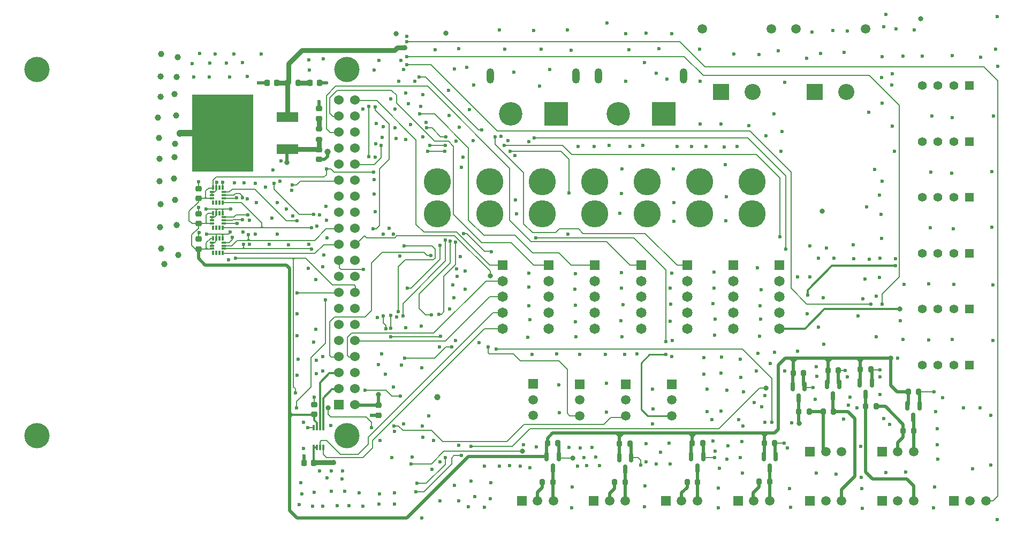
<source format=gbl>
%TF.GenerationSoftware,KiCad,Pcbnew,7.0.7*%
%TF.CreationDate,2023-11-07T21:18:23-05:00*%
%TF.ProjectId,mainControllerGRR,6d61696e-436f-46e7-9472-6f6c6c657247,rev?*%
%TF.SameCoordinates,Original*%
%TF.FileFunction,Copper,L4,Bot*%
%TF.FilePolarity,Positive*%
%FSLAX46Y46*%
G04 Gerber Fmt 4.6, Leading zero omitted, Abs format (unit mm)*
G04 Created by KiCad (PCBNEW 7.0.7) date 2023-11-07 21:18:23*
%MOMM*%
%LPD*%
G01*
G04 APERTURE LIST*
G04 Aperture macros list*
%AMRoundRect*
0 Rectangle with rounded corners*
0 $1 Rounding radius*
0 $2 $3 $4 $5 $6 $7 $8 $9 X,Y pos of 4 corners*
0 Add a 4 corners polygon primitive as box body*
4,1,4,$2,$3,$4,$5,$6,$7,$8,$9,$2,$3,0*
0 Add four circle primitives for the rounded corners*
1,1,$1+$1,$2,$3*
1,1,$1+$1,$4,$5*
1,1,$1+$1,$6,$7*
1,1,$1+$1,$8,$9*
0 Add four rect primitives between the rounded corners*
20,1,$1+$1,$2,$3,$4,$5,0*
20,1,$1+$1,$4,$5,$6,$7,0*
20,1,$1+$1,$6,$7,$8,$9,0*
20,1,$1+$1,$8,$9,$2,$3,0*%
G04 Aperture macros list end*
%TA.AperFunction,ComponentPad*%
%ADD10R,1.508000X1.508000*%
%TD*%
%TA.AperFunction,ComponentPad*%
%ADD11C,1.508000*%
%TD*%
%TA.AperFunction,ComponentPad*%
%ADD12C,4.300000*%
%TD*%
%TA.AperFunction,ComponentPad*%
%ADD13R,1.400000X1.400000*%
%TD*%
%TA.AperFunction,ComponentPad*%
%ADD14C,1.400000*%
%TD*%
%TA.AperFunction,ComponentPad*%
%ADD15R,3.716000X3.716000*%
%TD*%
%TA.AperFunction,ComponentPad*%
%ADD16C,3.716000*%
%TD*%
%TA.AperFunction,ComponentPad*%
%ADD17O,1.200000X2.400000*%
%TD*%
%TA.AperFunction,ComponentPad*%
%ADD18C,2.550000*%
%TD*%
%TA.AperFunction,ComponentPad*%
%ADD19R,2.550000X2.550000*%
%TD*%
%TA.AperFunction,ComponentPad*%
%ADD20R,1.650000X1.650000*%
%TD*%
%TA.AperFunction,ComponentPad*%
%ADD21C,1.650000*%
%TD*%
%TA.AperFunction,ComponentPad*%
%ADD22R,1.524000X1.524000*%
%TD*%
%TA.AperFunction,ComponentPad*%
%ADD23C,1.524000*%
%TD*%
%TA.AperFunction,ComponentPad*%
%ADD24C,4.000000*%
%TD*%
%TA.AperFunction,SMDPad,CuDef*%
%ADD25RoundRect,0.150000X-0.150000X0.587500X-0.150000X-0.587500X0.150000X-0.587500X0.150000X0.587500X0*%
%TD*%
%TA.AperFunction,SMDPad,CuDef*%
%ADD26RoundRect,0.225000X0.250000X-0.225000X0.250000X0.225000X-0.250000X0.225000X-0.250000X-0.225000X0*%
%TD*%
%TA.AperFunction,SMDPad,CuDef*%
%ADD27RoundRect,0.200000X0.200000X0.275000X-0.200000X0.275000X-0.200000X-0.275000X0.200000X-0.275000X0*%
%TD*%
%TA.AperFunction,SMDPad,CuDef*%
%ADD28R,0.300000X0.850000*%
%TD*%
%TA.AperFunction,SMDPad,CuDef*%
%ADD29RoundRect,0.200000X-0.200000X-0.275000X0.200000X-0.275000X0.200000X0.275000X-0.200000X0.275000X0*%
%TD*%
%TA.AperFunction,SMDPad,CuDef*%
%ADD30RoundRect,0.031500X0.143500X-0.263500X0.143500X0.263500X-0.143500X0.263500X-0.143500X-0.263500X0*%
%TD*%
%TA.AperFunction,SMDPad,CuDef*%
%ADD31RoundRect,0.031500X-0.263500X-0.143500X0.263500X-0.143500X0.263500X0.143500X-0.263500X0.143500X0*%
%TD*%
%TA.AperFunction,SMDPad,CuDef*%
%ADD32RoundRect,0.031500X-0.143500X0.263500X-0.143500X-0.263500X0.143500X-0.263500X0.143500X0.263500X0*%
%TD*%
%TA.AperFunction,SMDPad,CuDef*%
%ADD33RoundRect,0.031500X0.263500X0.143500X-0.263500X0.143500X-0.263500X-0.143500X0.263500X-0.143500X0*%
%TD*%
%TA.AperFunction,SMDPad,CuDef*%
%ADD34RoundRect,0.225000X-0.225000X-0.250000X0.225000X-0.250000X0.225000X0.250000X-0.225000X0.250000X0*%
%TD*%
%TA.AperFunction,SMDPad,CuDef*%
%ADD35R,3.500000X1.600000*%
%TD*%
%TA.AperFunction,SMDPad,CuDef*%
%ADD36R,9.750000X12.200000*%
%TD*%
%TA.AperFunction,SMDPad,CuDef*%
%ADD37RoundRect,0.225000X0.225000X0.250000X-0.225000X0.250000X-0.225000X-0.250000X0.225000X-0.250000X0*%
%TD*%
%TA.AperFunction,SMDPad,CuDef*%
%ADD38RoundRect,0.200000X0.275000X-0.200000X0.275000X0.200000X-0.275000X0.200000X-0.275000X-0.200000X0*%
%TD*%
%TA.AperFunction,SMDPad,CuDef*%
%ADD39RoundRect,0.218750X0.218750X0.256250X-0.218750X0.256250X-0.218750X-0.256250X0.218750X-0.256250X0*%
%TD*%
%TA.AperFunction,SMDPad,CuDef*%
%ADD40RoundRect,0.218750X-0.256250X0.218750X-0.256250X-0.218750X0.256250X-0.218750X0.256250X0.218750X0*%
%TD*%
%TA.AperFunction,SMDPad,CuDef*%
%ADD41RoundRect,0.225000X-0.250000X0.225000X-0.250000X-0.225000X0.250000X-0.225000X0.250000X0.225000X0*%
%TD*%
%TA.AperFunction,ViaPad*%
%ADD42C,0.800000*%
%TD*%
%TA.AperFunction,ViaPad*%
%ADD43C,0.600000*%
%TD*%
%TA.AperFunction,ViaPad*%
%ADD44C,1.000000*%
%TD*%
%TA.AperFunction,Conductor*%
%ADD45C,0.500000*%
%TD*%
%TA.AperFunction,Conductor*%
%ADD46C,0.800000*%
%TD*%
%TA.AperFunction,Conductor*%
%ADD47C,0.300000*%
%TD*%
%TA.AperFunction,Conductor*%
%ADD48C,1.000000*%
%TD*%
%TA.AperFunction,Conductor*%
%ADD49C,0.200000*%
%TD*%
%TA.AperFunction,Conductor*%
%ADD50C,0.250000*%
%TD*%
G04 APERTURE END LIST*
D10*
%TO.P,J30,1,1*%
%TO.N,GND*%
X229900000Y-118375000D03*
D11*
%TO.P,J30,2,2*%
%TO.N,+5V*%
X232400000Y-118375000D03*
%TO.P,J30,3,3*%
%TO.N,DIO2_5V*%
X234900000Y-118375000D03*
%TD*%
D12*
%TO.P,J11,1,1*%
%TO.N,+12V*%
X195850000Y-67860000D03*
%TO.P,J11,2,2*%
%TO.N,GND*%
X195850000Y-72860000D03*
%TD*%
D13*
%TO.P,J23,1,1*%
%TO.N,+5V*%
X255150000Y-88010000D03*
D14*
%TO.P,J23,2,2*%
%TO.N,GND*%
X252650000Y-88010000D03*
%TO.P,J23,3,3*%
%TO.N,SCL*%
X250150000Y-88010000D03*
%TO.P,J23,4,4*%
%TO.N,SDA*%
X247650000Y-88010000D03*
%TD*%
D13*
%TO.P,J15,1,1*%
%TO.N,+5V*%
X255150000Y-96860000D03*
D14*
%TO.P,J15,2,2*%
%TO.N,GND*%
X252650000Y-96860000D03*
%TO.P,J15,3,3*%
%TO.N,SCL*%
X250150000Y-96860000D03*
%TO.P,J15,4,4*%
%TO.N,SDA*%
X247650000Y-96860000D03*
%TD*%
D10*
%TO.P,J28,1,1*%
%TO.N,GND*%
X252700000Y-118375000D03*
D11*
%TO.P,J28,2,2*%
%TO.N,+5V*%
X255200000Y-118375000D03*
%TO.P,J28,3,3*%
%TO.N,DIO0_5V*%
X257700000Y-118375000D03*
%TD*%
D10*
%TO.P,J34,1,1*%
%TO.N,GND*%
X184299500Y-118375000D03*
D11*
%TO.P,J34,2,2*%
%TO.N,+5V*%
X186799500Y-118375000D03*
%TO.P,J34,3,3*%
%TO.N,DIO6_5V*%
X189299500Y-118375000D03*
%TD*%
D10*
%TO.P,J40,1,1*%
%TO.N,GND*%
X200775000Y-99890000D03*
D11*
%TO.P,J40,2,2*%
%TO.N,+5V*%
X200775000Y-102390000D03*
%TO.P,J40,3,3*%
%TO.N,Net-(IC4-CH2)*%
X200775000Y-104890000D03*
%TD*%
D12*
%TO.P,J12,1,1*%
%TO.N,+12V*%
X187550000Y-67860000D03*
%TO.P,J12,2,2*%
%TO.N,GND*%
X187550000Y-72860000D03*
%TD*%
D15*
%TO.P,J2,1,+*%
%TO.N,+12V*%
X189725000Y-57075000D03*
D16*
%TO.P,J2,2,-*%
%TO.N,GND*%
X182525000Y-57075000D03*
D17*
%TO.P,J2,S1*%
%TO.N,N/C*%
X192875000Y-51075000D03*
%TO.P,J2,S2*%
X179375000Y-51075000D03*
%TD*%
D12*
%TO.P,J14,1,1*%
%TO.N,+12V*%
X170950000Y-67860000D03*
%TO.P,J14,2,2*%
%TO.N,GND*%
X170950000Y-72860000D03*
%TD*%
%TO.P,J8,1,1*%
%TO.N,+12V*%
X220750000Y-67860000D03*
%TO.P,J8,2,2*%
%TO.N,GND*%
X220750000Y-72860000D03*
%TD*%
D10*
%TO.P,J33,1,1*%
%TO.N,GND*%
X195700000Y-118375000D03*
D11*
%TO.P,J33,2,2*%
%TO.N,+5V*%
X198200000Y-118375000D03*
%TO.P,J33,3,3*%
%TO.N,DIO5_5V*%
X200700000Y-118375000D03*
%TD*%
D12*
%TO.P,J9,1,1*%
%TO.N,+12V*%
X212450000Y-67860000D03*
%TO.P,J9,2,2*%
%TO.N,GND*%
X212450000Y-72860000D03*
%TD*%
D10*
%TO.P,J36,1,1*%
%TO.N,GND*%
X241300000Y-110575000D03*
D11*
%TO.P,J36,2,2*%
%TO.N,+5V*%
X243800000Y-110575000D03*
%TO.P,J36,3,3*%
%TO.N,IMU1_5V*%
X246300000Y-110575000D03*
%TD*%
D10*
%TO.P,J32,1,1*%
%TO.N,GND*%
X207100000Y-118375000D03*
D11*
%TO.P,J32,2,2*%
%TO.N,+5V*%
X209600000Y-118375000D03*
%TO.P,J32,3,3*%
%TO.N,DIO4_5V*%
X212100000Y-118375000D03*
%TD*%
D12*
%TO.P,J10,1,1*%
%TO.N,+12V*%
X204150000Y-67860000D03*
%TO.P,J10,2,2*%
%TO.N,GND*%
X204150000Y-72860000D03*
%TD*%
D13*
%TO.P,J27,1,1*%
%TO.N,+5V*%
X255150000Y-52610000D03*
D14*
%TO.P,J27,2,2*%
%TO.N,GND*%
X252650000Y-52610000D03*
%TO.P,J27,3,3*%
%TO.N,SCL*%
X250150000Y-52610000D03*
%TO.P,J27,4,4*%
%TO.N,SDA*%
X247650000Y-52610000D03*
%TD*%
D13*
%TO.P,J26,1,1*%
%TO.N,+5V*%
X255150000Y-61460000D03*
D14*
%TO.P,J26,2,2*%
%TO.N,GND*%
X252650000Y-61460000D03*
%TO.P,J26,3,3*%
%TO.N,SCL*%
X250150000Y-61460000D03*
%TO.P,J26,4,4*%
%TO.N,SDA*%
X247650000Y-61460000D03*
%TD*%
D18*
%TO.P,J5,N,N*%
%TO.N,GND*%
X235675000Y-53575000D03*
D19*
%TO.P,J5,P,P*%
%TO.N,+3V3*%
X230675000Y-53575000D03*
D11*
%TO.P,J5,S1*%
%TO.N,N/C*%
X238675000Y-43575000D03*
%TO.P,J5,S2*%
X227675000Y-43575000D03*
%TD*%
D18*
%TO.P,J4,N,N*%
%TO.N,GND*%
X220825000Y-53575000D03*
D19*
%TO.P,J4,P,P*%
%TO.N,+5V*%
X215825000Y-53575000D03*
D11*
%TO.P,J4,S1*%
%TO.N,N/C*%
X223825000Y-43575000D03*
%TO.P,J4,S2*%
X212825000Y-43575000D03*
%TD*%
D20*
%TO.P,J17,1,1*%
%TO.N,A1EStop*%
X188585000Y-81062810D03*
D21*
%TO.P,J17,2,2*%
%TO.N,RxD*%
X188585000Y-83562810D03*
%TO.P,J17,3,3*%
%TO.N,TxD*%
X188585000Y-86062810D03*
%TO.P,J17,4,4*%
%TO.N,SCL*%
X188585000Y-88562810D03*
%TO.P,J17,5,5*%
%TO.N,SDA*%
X188585000Y-91062810D03*
%TD*%
D22*
%TO.P,J1,1,3V3*%
%TO.N,unconnected-(J1-3V3-Pad1)*%
X155370000Y-103135000D03*
D23*
%TO.P,J1,2,5V*%
%TO.N,5V_BRAIN*%
X157910000Y-103135000D03*
%TO.P,J1,3,SDA/GPIO2*%
%TO.N,SDA_3.3V*%
X155370000Y-100595000D03*
%TO.P,J1,4,5V*%
%TO.N,unconnected-(J1-5V-Pad4)*%
X157910000Y-100595000D03*
%TO.P,J1,5,SCL/GPIO3*%
%TO.N,SCL_3.3V*%
X155370000Y-98055000D03*
%TO.P,J1,6,GND*%
%TO.N,GND*%
X157910000Y-98055000D03*
%TO.P,J1,7,GCLK0/GPIO4*%
%TO.N,ADC*%
X155370000Y-95515000D03*
%TO.P,J1,8,GPIO14/TXD*%
%TO.N,RxD*%
X157910000Y-95515000D03*
%TO.P,J1,9,GND*%
%TO.N,GND*%
X155370000Y-92975000D03*
%TO.P,J1,10,GPIO15/RXD*%
%TO.N,TxD*%
X157910000Y-92975000D03*
%TO.P,J1,11,GPIO17*%
%TO.N,DIO6*%
X155370000Y-90435000D03*
%TO.P,J1,12,GPIO18/PWM0*%
%TO.N,DIO5*%
X157910000Y-90435000D03*
%TO.P,J1,13,GPIO27*%
%TO.N,Net-(J1-GPIO27)*%
X155370000Y-87895000D03*
%TO.P,J1,14,GND*%
%TO.N,GND*%
X157910000Y-87895000D03*
%TO.P,J1,15,GPIO22*%
%TO.N,IMU0*%
X155370000Y-85355000D03*
%TO.P,J1,16,GPIO23*%
%TO.N,IMU2*%
X157910000Y-85355000D03*
%TO.P,J1,17,3V3*%
%TO.N,unconnected-(J1-3V3-Pad17)*%
X155370000Y-82815000D03*
%TO.P,J1,18,GPIO24*%
%TO.N,DIO4*%
X157910000Y-82815000D03*
%TO.P,J1,19,MOSI0/GPIO10*%
%TO.N,MOSI*%
X155370000Y-80275000D03*
%TO.P,J1,20,GND*%
%TO.N,GND*%
X157910000Y-80275000D03*
%TO.P,J1,21,MISO0/GPIO9*%
%TO.N,MISO*%
X155370000Y-77735000D03*
%TO.P,J1,22,GPIO25*%
%TO.N,DIO3*%
X157910000Y-77735000D03*
%TO.P,J1,23,SCLK0/GPIO11*%
%TO.N,SCK*%
X155370000Y-75195000D03*
%TO.P,J1,24,~{CE0}/GPIO8*%
%TO.N,DIO2*%
X157910000Y-75195000D03*
%TO.P,J1,25,GND*%
%TO.N,GND*%
X155370000Y-72655000D03*
%TO.P,J1,26,~{CE1}/GPIO7*%
%TO.N,DIO1*%
X157910000Y-72655000D03*
%TO.P,J1,27,ID_SD/GPIO0*%
%TO.N,unconnected-(J1-ID_SD{slash}GPIO0-Pad27)*%
X155370000Y-70115000D03*
%TO.P,J1,28,ID_SC/GPIO1*%
%TO.N,unconnected-(J1-ID_SC{slash}GPIO1-Pad28)*%
X157910000Y-70115000D03*
%TO.P,J1,29,GCLK1/GPIO5*%
%TO.N,IMU1*%
X155370000Y-67575000D03*
%TO.P,J1,30,GND*%
%TO.N,GND*%
X157910000Y-67575000D03*
%TO.P,J1,31,GCLK2/GPIO6*%
%TO.N,DIO0*%
X155370000Y-65035000D03*
%TO.P,J1,32,PWM0/GPIO12*%
%TO.N,A6EStop*%
X157910000Y-65035000D03*
%TO.P,J1,33,PWM1/GPIO13*%
%TO.N,A5EStop*%
X155370000Y-62495000D03*
%TO.P,J1,34,GND*%
%TO.N,GND*%
X157910000Y-62495000D03*
%TO.P,J1,35,GPIO19/MISO1*%
%TO.N,A3EStop*%
X155370000Y-59955000D03*
%TO.P,J1,36,GPIO16*%
%TO.N,A4EStop*%
X157910000Y-59955000D03*
%TO.P,J1,37,GPIO26*%
%TO.N,A1EStop*%
X155370000Y-57415000D03*
%TO.P,J1,38,GPIO20/MOSI1*%
%TO.N,A2EStop*%
X157910000Y-57415000D03*
%TO.P,J1,39,GND*%
%TO.N,GND*%
X155370000Y-54875000D03*
%TO.P,J1,40,GPIO21/SCLK1*%
%TO.N,A0EStop*%
X157910000Y-54875000D03*
D24*
%TO.P,J1,S1*%
%TO.N,N/C*%
X156640000Y-50005000D03*
%TO.P,J1,S2*%
X156640000Y-108005000D03*
%TO.P,J1,S3*%
X107640000Y-108005000D03*
%TO.P,J1,S4*%
X107640000Y-50005000D03*
%TD*%
D12*
%TO.P,J13,1,1*%
%TO.N,+12V*%
X179250000Y-67860000D03*
%TO.P,J13,2,2*%
%TO.N,GND*%
X179250000Y-72860000D03*
%TD*%
D15*
%TO.P,J3,1,+*%
%TO.N,+12V*%
X206775000Y-57075000D03*
D16*
%TO.P,J3,2,-*%
%TO.N,GND*%
X199575000Y-57075000D03*
D17*
%TO.P,J3,S1*%
%TO.N,N/C*%
X209925000Y-51075000D03*
%TO.P,J3,S2*%
X196425000Y-51075000D03*
%TD*%
D10*
%TO.P,J39,1,1*%
%TO.N,GND*%
X193475000Y-99890000D03*
D11*
%TO.P,J39,2,2*%
%TO.N,+5V*%
X193475000Y-102390000D03*
%TO.P,J39,3,3*%
%TO.N,Net-(IC4-CH1)*%
X193475000Y-104890000D03*
%TD*%
D13*
%TO.P,J25,1,1*%
%TO.N,+5V*%
X255150000Y-70310000D03*
D14*
%TO.P,J25,2,2*%
%TO.N,GND*%
X252650000Y-70310000D03*
%TO.P,J25,3,3*%
%TO.N,SCL*%
X250150000Y-70310000D03*
%TO.P,J25,4,4*%
%TO.N,SDA*%
X247650000Y-70310000D03*
%TD*%
D20*
%TO.P,J22,1,1*%
%TO.N,A6EStop*%
X225085000Y-81062810D03*
D21*
%TO.P,J22,2,2*%
%TO.N,RxD*%
X225085000Y-83562810D03*
%TO.P,J22,3,3*%
%TO.N,TxD*%
X225085000Y-86062810D03*
%TO.P,J22,4,4*%
%TO.N,SCL*%
X225085000Y-88562810D03*
%TO.P,J22,5,5*%
%TO.N,SDA*%
X225085000Y-91062810D03*
%TD*%
D10*
%TO.P,J29,1,1*%
%TO.N,GND*%
X241300000Y-118375000D03*
D11*
%TO.P,J29,2,2*%
%TO.N,+5V*%
X243800000Y-118375000D03*
%TO.P,J29,3,3*%
%TO.N,DIO1_5V*%
X246300000Y-118375000D03*
%TD*%
D13*
%TO.P,J24,1,1*%
%TO.N,+5V*%
X255150000Y-79160000D03*
D14*
%TO.P,J24,2,2*%
%TO.N,GND*%
X252650000Y-79160000D03*
%TO.P,J24,3,3*%
%TO.N,SCL*%
X250150000Y-79160000D03*
%TO.P,J24,4,4*%
%TO.N,SDA*%
X247650000Y-79160000D03*
%TD*%
D20*
%TO.P,J20,1,1*%
%TO.N,A4EStop*%
X210485000Y-81062810D03*
D21*
%TO.P,J20,2,2*%
%TO.N,RxD*%
X210485000Y-83562810D03*
%TO.P,J20,3,3*%
%TO.N,TxD*%
X210485000Y-86062810D03*
%TO.P,J20,4,4*%
%TO.N,SCL*%
X210485000Y-88562810D03*
%TO.P,J20,5,5*%
%TO.N,SDA*%
X210485000Y-91062810D03*
%TD*%
D10*
%TO.P,J31,1,1*%
%TO.N,GND*%
X218500000Y-118375000D03*
D11*
%TO.P,J31,2,2*%
%TO.N,+5V*%
X221000000Y-118375000D03*
%TO.P,J31,3,3*%
%TO.N,DIO3_5V*%
X223500000Y-118375000D03*
%TD*%
D20*
%TO.P,J19,1,1*%
%TO.N,A3EStop*%
X203185000Y-81062810D03*
D21*
%TO.P,J19,2,2*%
%TO.N,RxD*%
X203185000Y-83562810D03*
%TO.P,J19,3,3*%
%TO.N,TxD*%
X203185000Y-86062810D03*
%TO.P,J19,4,4*%
%TO.N,SCL*%
X203185000Y-88562810D03*
%TO.P,J19,5,5*%
%TO.N,SDA*%
X203185000Y-91062810D03*
%TD*%
D20*
%TO.P,J18,1,1*%
%TO.N,A2EStop*%
X195885000Y-81062810D03*
D21*
%TO.P,J18,2,2*%
%TO.N,RxD*%
X195885000Y-83562810D03*
%TO.P,J18,3,3*%
%TO.N,TxD*%
X195885000Y-86062810D03*
%TO.P,J18,4,4*%
%TO.N,SCL*%
X195885000Y-88562810D03*
%TO.P,J18,5,5*%
%TO.N,SDA*%
X195885000Y-91062810D03*
%TD*%
D20*
%TO.P,J16,1,1*%
%TO.N,A0EStop*%
X181285000Y-81062810D03*
D21*
%TO.P,J16,2,2*%
%TO.N,RxD*%
X181285000Y-83562810D03*
%TO.P,J16,3,3*%
%TO.N,TxD*%
X181285000Y-86062810D03*
%TO.P,J16,4,4*%
%TO.N,SCL*%
X181285000Y-88562810D03*
%TO.P,J16,5,5*%
%TO.N,SDA*%
X181285000Y-91062810D03*
%TD*%
D10*
%TO.P,J41,1,1*%
%TO.N,GND*%
X208075000Y-99890000D03*
D11*
%TO.P,J41,2,2*%
%TO.N,+5V*%
X208075000Y-102390000D03*
%TO.P,J41,3,3*%
%TO.N,Net-(IC4-CH3)*%
X208075000Y-104890000D03*
%TD*%
D20*
%TO.P,J21,1,1*%
%TO.N,A5EStop*%
X217785000Y-81062810D03*
D21*
%TO.P,J21,2,2*%
%TO.N,RxD*%
X217785000Y-83562810D03*
%TO.P,J21,3,3*%
%TO.N,TxD*%
X217785000Y-86062810D03*
%TO.P,J21,4,4*%
%TO.N,SCL*%
X217785000Y-88562810D03*
%TO.P,J21,5,5*%
%TO.N,SDA*%
X217785000Y-91062810D03*
%TD*%
D10*
%TO.P,J38,1,1*%
%TO.N,GND*%
X186135000Y-99850000D03*
D11*
%TO.P,J38,2,2*%
%TO.N,+5V*%
X186135000Y-102350000D03*
%TO.P,J38,3,3*%
%TO.N,Net-(IC4-CH0)*%
X186135000Y-104850000D03*
%TD*%
D10*
%TO.P,J37,1,1*%
%TO.N,GND*%
X229900000Y-110575000D03*
D11*
%TO.P,J37,2,2*%
%TO.N,+5V*%
X232400000Y-110575000D03*
%TO.P,J37,3,3*%
%TO.N,IMU2_5V*%
X234900000Y-110575000D03*
%TD*%
D25*
%TO.P,Q7,1,G*%
%TO.N,+3V3*%
X188265000Y-111367500D03*
%TO.P,Q7,2,S*%
%TO.N,DIO6*%
X190165000Y-111367500D03*
%TO.P,Q7,3,D*%
%TO.N,DIO6_5V*%
X189215000Y-113242500D03*
%TD*%
D26*
%TO.P,C10,1*%
%TO.N,+3V3*%
X133155000Y-74460000D03*
%TO.P,C10,2*%
%TO.N,GND*%
X133155000Y-72910000D03*
%TD*%
D27*
%TO.P,R26,1*%
%TO.N,+5V*%
X229770000Y-104185000D03*
%TO.P,R26,2*%
%TO.N,IMU2_5V*%
X228120000Y-104185000D03*
%TD*%
D28*
%TO.P,IC5,1,GND*%
%TO.N,GND*%
X151380000Y-106750000D03*
%TO.P,IC5,2,VREF1*%
%TO.N,+3V3*%
X151880000Y-106750000D03*
%TO.P,IC5,3,SCL1*%
%TO.N,SCL_3.3V*%
X152380000Y-106750000D03*
%TO.P,IC5,4,SDA1*%
%TO.N,SDA_3.3V*%
X152880000Y-106750000D03*
%TO.P,IC5,5,SDA2*%
%TO.N,SDA*%
X152880000Y-109900000D03*
%TO.P,IC5,6,SCL2*%
%TO.N,SCL*%
X152380000Y-109900000D03*
%TO.P,IC5,7,VREF2*%
%TO.N,+5V*%
X151880000Y-109900000D03*
%TO.P,IC5,8,EN*%
X151380000Y-109900000D03*
%TD*%
D25*
%TO.P,Q9,1,G*%
%TO.N,+3V3*%
X245315000Y-103267500D03*
%TO.P,Q9,2,S*%
%TO.N,IMU1*%
X247215000Y-103267500D03*
%TO.P,Q9,3,D*%
%TO.N,IMU1_5V*%
X246265000Y-105142500D03*
%TD*%
D29*
%TO.P,R14,1*%
%TO.N,+5V*%
X221870000Y-115285000D03*
%TO.P,R14,2*%
%TO.N,DIO3_5V*%
X223520000Y-115285000D03*
%TD*%
D30*
%TO.P,U3,1,AP_SDO/AP_AD0*%
%TO.N,MISO*%
X137015000Y-75103514D03*
%TO.P,U3,2,RESV_2*%
%TO.N,unconnected-(U3-RESV_2-Pad2)*%
X136515000Y-75103514D03*
%TO.P,U3,3,RESV_3*%
%TO.N,unconnected-(U3-RESV_3-Pad3)*%
X136015000Y-75103514D03*
%TO.P,U3,4,INT1/INT*%
%TO.N,unconnected-(U3-INT1{slash}INT-Pad4)*%
X135515000Y-75103514D03*
D31*
%TO.P,U3,5,VDDIO*%
%TO.N,+3V3*%
X135350000Y-74438514D03*
%TO.P,U3,6,GND*%
%TO.N,GND*%
X135350000Y-73938514D03*
%TO.P,U3,7,RESV_7*%
X135350000Y-73438514D03*
D32*
%TO.P,U3,8,VDD*%
%TO.N,+3V3*%
X135515000Y-72773514D03*
%TO.P,U3,9,INT2/FSYNC/CLKIN*%
%TO.N,GND*%
X136015000Y-72773514D03*
%TO.P,U3,10,RESV_10*%
%TO.N,unconnected-(U3-RESV_10-Pad10)*%
X136515000Y-72773514D03*
%TO.P,U3,11,RESV_11*%
%TO.N,GND*%
X137015000Y-72773514D03*
D33*
%TO.P,U3,12,AP_CS*%
%TO.N,IMU1*%
X137180000Y-73438514D03*
%TO.P,U3,13,AP_SCL/AP_SCLK*%
%TO.N,SCK*%
X137180000Y-73938514D03*
%TO.P,U3,14,AP_SDA/AP_SDIO/AP_SDI*%
%TO.N,MOSI*%
X137180000Y-74438514D03*
%TD*%
D34*
%TO.P,C5,1*%
%TO.N,GND*%
X144030000Y-52175000D03*
%TO.P,C5,2*%
%TO.N,+12V*%
X145580000Y-52175000D03*
%TD*%
D29*
%TO.P,R25,1*%
%TO.N,+5V*%
X244620000Y-107285000D03*
%TO.P,R25,2*%
%TO.N,IMU1_5V*%
X246270000Y-107285000D03*
%TD*%
%TO.P,R6,1*%
%TO.N,+12V*%
X147270000Y-52175000D03*
%TO.P,R6,2*%
%TO.N,Net-(D6-A)*%
X148920000Y-52175000D03*
%TD*%
D30*
%TO.P,U4,1,AP_SDO/AP_AD0*%
%TO.N,MISO*%
X137015000Y-79103514D03*
%TO.P,U4,2,RESV_2*%
%TO.N,unconnected-(U4-RESV_2-Pad2)*%
X136515000Y-79103514D03*
%TO.P,U4,3,RESV_3*%
%TO.N,unconnected-(U4-RESV_3-Pad3)*%
X136015000Y-79103514D03*
%TO.P,U4,4,INT1/INT*%
%TO.N,unconnected-(U4-INT1{slash}INT-Pad4)*%
X135515000Y-79103514D03*
D31*
%TO.P,U4,5,VDDIO*%
%TO.N,+3V3*%
X135350000Y-78438514D03*
%TO.P,U4,6,GND*%
%TO.N,GND*%
X135350000Y-77938514D03*
%TO.P,U4,7,RESV_7*%
X135350000Y-77438514D03*
D32*
%TO.P,U4,8,VDD*%
%TO.N,+3V3*%
X135515000Y-76773514D03*
%TO.P,U4,9,INT2/FSYNC/CLKIN*%
%TO.N,GND*%
X136015000Y-76773514D03*
%TO.P,U4,10,RESV_10*%
%TO.N,unconnected-(U4-RESV_10-Pad10)*%
X136515000Y-76773514D03*
%TO.P,U4,11,RESV_11*%
%TO.N,GND*%
X137015000Y-76773514D03*
D33*
%TO.P,U4,12,AP_CS*%
%TO.N,IMU2*%
X137180000Y-77438514D03*
%TO.P,U4,13,AP_SCL/AP_SCLK*%
%TO.N,SCK*%
X137180000Y-77938514D03*
%TO.P,U4,14,AP_SDA/AP_SDIO/AP_SDI*%
%TO.N,MOSI*%
X137180000Y-78438514D03*
%TD*%
D29*
%TO.P,R11,1*%
%TO.N,+3V3*%
X232760000Y-97715000D03*
%TO.P,R11,2*%
%TO.N,DIO2*%
X234410000Y-97715000D03*
%TD*%
D26*
%TO.P,C4,1*%
%TO.N,GND*%
X152265000Y-64270000D03*
%TO.P,C4,2*%
%TO.N,5V_BRAIN*%
X152265000Y-62720000D03*
%TD*%
%TO.P,C12,1*%
%TO.N,+3V3*%
X151515000Y-104680000D03*
%TO.P,C12,2*%
%TO.N,GND*%
X151515000Y-103130000D03*
%TD*%
D29*
%TO.P,R15,1*%
%TO.N,+3V3*%
X211270000Y-109215000D03*
%TO.P,R15,2*%
%TO.N,DIO4*%
X212920000Y-109215000D03*
%TD*%
D35*
%TO.P,IC2,1,INPUT*%
%TO.N,+12V*%
X147250000Y-57610000D03*
D36*
%TO.P,IC2,2,GND*%
%TO.N,GND*%
X136974000Y-60150000D03*
D35*
%TO.P,IC2,3,OUTPUT*%
%TO.N,5V_BRAIN*%
X147250000Y-62690000D03*
%TD*%
D26*
%TO.P,C11,1*%
%TO.N,+3V3*%
X133155000Y-78460000D03*
%TO.P,C11,2*%
%TO.N,GND*%
X133155000Y-76910000D03*
%TD*%
D30*
%TO.P,U2,1,AP_SDO/AP_AD0*%
%TO.N,MISO*%
X137015000Y-71103514D03*
%TO.P,U2,2,RESV_2*%
%TO.N,unconnected-(U2-RESV_2-Pad2)*%
X136515000Y-71103514D03*
%TO.P,U2,3,RESV_3*%
%TO.N,unconnected-(U2-RESV_3-Pad3)*%
X136015000Y-71103514D03*
%TO.P,U2,4,INT1/INT*%
%TO.N,unconnected-(U2-INT1{slash}INT-Pad4)*%
X135515000Y-71103514D03*
D31*
%TO.P,U2,5,VDDIO*%
%TO.N,+3V3*%
X135350000Y-70438514D03*
%TO.P,U2,6,GND*%
%TO.N,GND*%
X135350000Y-69938514D03*
%TO.P,U2,7,RESV_7*%
X135350000Y-69438514D03*
D32*
%TO.P,U2,8,VDD*%
%TO.N,+3V3*%
X135515000Y-68773514D03*
%TO.P,U2,9,INT2/FSYNC/CLKIN*%
%TO.N,GND*%
X136015000Y-68773514D03*
%TO.P,U2,10,RESV_10*%
%TO.N,unconnected-(U2-RESV_10-Pad10)*%
X136515000Y-68773514D03*
%TO.P,U2,11,RESV_11*%
%TO.N,GND*%
X137015000Y-68773514D03*
D33*
%TO.P,U2,12,AP_CS*%
%TO.N,IMU0*%
X137180000Y-69438514D03*
%TO.P,U2,13,AP_SCL/AP_SCLK*%
%TO.N,SCK*%
X137180000Y-69938514D03*
%TO.P,U2,14,AP_SDA/AP_SDIO/AP_SDI*%
%TO.N,MOSI*%
X137180000Y-70438514D03*
%TD*%
D25*
%TO.P,Q2,1,G*%
%TO.N,+3V3*%
X237765000Y-99667500D03*
%TO.P,Q2,2,S*%
%TO.N,DIO1*%
X239665000Y-99667500D03*
%TO.P,Q2,3,D*%
%TO.N,DIO1_5V*%
X238715000Y-101542500D03*
%TD*%
D26*
%TO.P,C9,1*%
%TO.N,+3V3*%
X133155000Y-70460000D03*
%TO.P,C9,2*%
%TO.N,GND*%
X133155000Y-68910000D03*
%TD*%
D29*
%TO.P,R17,1*%
%TO.N,+3V3*%
X199780000Y-109315000D03*
%TO.P,R17,2*%
%TO.N,DIO5*%
X201430000Y-109315000D03*
%TD*%
D37*
%TO.P,C14,1*%
%TO.N,+5V*%
X151390000Y-112315000D03*
%TO.P,C14,2*%
%TO.N,GND*%
X149840000Y-112315000D03*
%TD*%
D25*
%TO.P,Q10,1,G*%
%TO.N,+3V3*%
X227165000Y-100267500D03*
%TO.P,Q10,2,S*%
%TO.N,IMU2*%
X229065000Y-100267500D03*
%TO.P,Q10,3,D*%
%TO.N,IMU2_5V*%
X228115000Y-102142500D03*
%TD*%
%TO.P,Q6,1,G*%
%TO.N,+3V3*%
X199715000Y-111467500D03*
%TO.P,Q6,2,S*%
%TO.N,DIO5*%
X201615000Y-111467500D03*
%TO.P,Q6,3,D*%
%TO.N,DIO5_5V*%
X200665000Y-113342500D03*
%TD*%
D38*
%TO.P,R4,1*%
%TO.N,5V_BRAIN*%
X152265000Y-61100000D03*
%TO.P,R4,2*%
%TO.N,Net-(D4-A)*%
X152265000Y-59450000D03*
%TD*%
D27*
%TO.P,R10,1*%
%TO.N,+5V*%
X240340000Y-103415000D03*
%TO.P,R10,2*%
%TO.N,DIO1_5V*%
X238690000Y-103415000D03*
%TD*%
D25*
%TO.P,Q4,1,G*%
%TO.N,+3V3*%
X222565000Y-111367500D03*
%TO.P,Q4,2,S*%
%TO.N,DIO3*%
X224465000Y-111367500D03*
%TO.P,Q4,3,D*%
%TO.N,DIO3_5V*%
X223515000Y-113242500D03*
%TD*%
D29*
%TO.P,R16,1*%
%TO.N,+5V*%
X210470000Y-115385000D03*
%TO.P,R16,2*%
%TO.N,DIO4_5V*%
X212120000Y-115385000D03*
%TD*%
%TO.P,R20,1*%
%TO.N,+3V3*%
X245430000Y-101115000D03*
%TO.P,R20,2*%
%TO.N,IMU1*%
X247080000Y-101115000D03*
%TD*%
%TO.P,R21,1*%
%TO.N,+3V3*%
X227230000Y-98115000D03*
%TO.P,R21,2*%
%TO.N,IMU2*%
X228880000Y-98115000D03*
%TD*%
%TO.P,R9,1*%
%TO.N,+3V3*%
X237860000Y-97515000D03*
%TO.P,R9,2*%
%TO.N,DIO1*%
X239510000Y-97515000D03*
%TD*%
D39*
%TO.P,D6,1,K*%
%TO.N,GND*%
X152342500Y-52175000D03*
%TO.P,D6,2,A*%
%TO.N,Net-(D6-A)*%
X150767500Y-52175000D03*
%TD*%
D25*
%TO.P,Q3,1,G*%
%TO.N,+3V3*%
X232615000Y-99867500D03*
%TO.P,Q3,2,S*%
%TO.N,DIO2*%
X234515000Y-99867500D03*
%TO.P,Q3,3,D*%
%TO.N,DIO2_5V*%
X233565000Y-101742500D03*
%TD*%
%TO.P,Q5,1,G*%
%TO.N,+3V3*%
X211115000Y-111367500D03*
%TO.P,Q5,2,S*%
%TO.N,DIO4*%
X213015000Y-111367500D03*
%TO.P,Q5,3,D*%
%TO.N,DIO4_5V*%
X212065000Y-113242500D03*
%TD*%
D40*
%TO.P,D4,1,K*%
%TO.N,GND*%
X152265000Y-56227500D03*
%TO.P,D4,2,A*%
%TO.N,Net-(D4-A)*%
X152265000Y-57802500D03*
%TD*%
D41*
%TO.P,C1,1*%
%TO.N,5V_BRAIN*%
X161635000Y-103230000D03*
%TO.P,C1,2*%
%TO.N,GND*%
X161635000Y-104780000D03*
%TD*%
D29*
%TO.P,R12,1*%
%TO.N,+5V*%
X231960000Y-104205000D03*
%TO.P,R12,2*%
%TO.N,DIO2_5V*%
X233610000Y-104205000D03*
%TD*%
%TO.P,R22,1*%
%TO.N,+5V*%
X198990000Y-115385000D03*
%TO.P,R22,2*%
%TO.N,DIO5_5V*%
X200640000Y-115385000D03*
%TD*%
%TO.P,R23,1*%
%TO.N,+5V*%
X187590000Y-115385000D03*
%TO.P,R23,2*%
%TO.N,DIO6_5V*%
X189240000Y-115385000D03*
%TD*%
%TO.P,R13,1*%
%TO.N,+3V3*%
X222670000Y-109215000D03*
%TO.P,R13,2*%
%TO.N,DIO3*%
X224320000Y-109215000D03*
%TD*%
%TO.P,R18,1*%
%TO.N,+3V3*%
X188380000Y-109215000D03*
%TO.P,R18,2*%
%TO.N,DIO6*%
X190030000Y-109215000D03*
%TD*%
D42*
%TO.N,+5V*%
X154500000Y-112300000D03*
D43*
%TO.N,GND*%
X222800000Y-101700000D03*
X140100000Y-48900000D03*
D42*
X231870000Y-72480000D03*
D43*
X195800000Y-62200000D03*
X231000000Y-98600000D03*
X237500000Y-89100000D03*
X203999242Y-112177188D03*
D44*
X126900000Y-60900000D03*
D43*
X222298814Y-103484330D03*
X200600000Y-95200000D03*
X171400000Y-118400000D03*
X259611241Y-49560976D03*
X138200000Y-75800000D03*
X231215783Y-90850492D03*
X166700000Y-58800000D03*
X214600000Y-87100000D03*
X230900000Y-97100000D03*
X240939267Y-79886373D03*
X258500000Y-112700000D03*
X140900000Y-51100000D03*
X147900000Y-69200000D03*
X200300000Y-87300000D03*
X203700000Y-119300000D03*
X214700000Y-82100000D03*
X241200000Y-51300000D03*
X183200000Y-63700000D03*
X151700000Y-91200000D03*
X229500000Y-88700000D03*
X191500000Y-43800000D03*
X152300000Y-73100000D03*
X231580073Y-47495457D03*
D44*
X127100000Y-75000000D03*
D43*
X168300000Y-55900000D03*
X190300000Y-104400000D03*
X244600000Y-92800000D03*
X164300000Y-59300000D03*
X215383345Y-119447236D03*
X168400000Y-90700000D03*
X135800000Y-47600000D03*
X213600000Y-100700000D03*
X240140000Y-65880000D03*
X208300000Y-65800000D03*
X201400000Y-62200000D03*
X176000000Y-56400000D03*
X249220268Y-57380488D03*
X225900000Y-97800000D03*
X225900000Y-52100000D03*
X164300000Y-56300000D03*
X161700000Y-48600000D03*
X205613398Y-50614912D03*
X134900000Y-51200000D03*
X199800000Y-72800000D03*
X219300000Y-106500000D03*
X166100000Y-44800000D03*
X224900000Y-47100000D03*
X193508199Y-95192329D03*
X187100000Y-52700000D03*
X162123911Y-95076089D03*
X164000000Y-76100000D03*
X157000000Y-119100000D03*
X256900000Y-48100000D03*
X171300000Y-94000000D03*
D42*
X172320000Y-44300000D03*
D43*
X214900000Y-110500000D03*
X221800000Y-47700000D03*
X227000000Y-106000000D03*
X193200000Y-62200000D03*
X152940366Y-48379316D03*
X161500000Y-89300000D03*
X248900000Y-75100000D03*
D44*
X129500000Y-61800000D03*
D43*
X214700000Y-84700000D03*
X214900000Y-89600000D03*
X162744007Y-98290058D03*
X208000000Y-44400000D03*
X186600000Y-109800000D03*
X225494358Y-59860862D03*
X250097728Y-111766227D03*
X166000000Y-61100000D03*
X164200000Y-107400000D03*
X241300000Y-55400000D03*
X238594928Y-83203142D03*
X133200000Y-71900000D03*
X149800000Y-110100000D03*
X165300000Y-96900000D03*
X142200000Y-76100000D03*
X241300000Y-48000000D03*
X240900000Y-69900000D03*
X241582930Y-43299356D03*
X207800000Y-89900000D03*
X160500000Y-104800000D03*
X200200000Y-92400000D03*
X249000000Y-66300000D03*
X176300000Y-115200000D03*
X231200000Y-79900000D03*
X152868642Y-97824753D03*
X196600000Y-112800000D03*
X207800000Y-84700000D03*
X151695394Y-83324606D03*
X165000000Y-79599500D03*
X200800000Y-44400000D03*
X168634367Y-60746807D03*
X173900000Y-61400000D03*
X134400000Y-72100000D03*
X185400000Y-84500000D03*
X161600000Y-96800000D03*
X220200000Y-58900000D03*
X149860000Y-111270000D03*
X155900000Y-114900000D03*
X161200000Y-61800000D03*
X224300000Y-94800000D03*
X215825396Y-98139894D03*
X175866048Y-119267562D03*
X171400000Y-112200000D03*
X140200000Y-75800000D03*
X215596214Y-113215669D03*
X237298485Y-103613298D03*
X236700000Y-77800000D03*
X183500000Y-72900000D03*
X164400000Y-61000000D03*
X167400000Y-51900000D03*
X252300000Y-66500000D03*
X223600000Y-96600000D03*
X170400000Y-108800000D03*
X159218998Y-119204713D03*
X151200000Y-119200000D03*
X153460000Y-52180000D03*
X235805714Y-43903785D03*
X150600000Y-48500000D03*
X156300000Y-116800000D03*
X212500000Y-51900000D03*
X145600000Y-71100000D03*
X144400000Y-77700000D03*
D44*
X170990000Y-101950000D03*
D43*
X149400000Y-115500000D03*
X245000000Y-113800000D03*
X258700000Y-75000000D03*
X216600000Y-74000000D03*
X218968091Y-98818054D03*
X192133724Y-46963076D03*
X144960520Y-65983345D03*
X226300000Y-110000000D03*
X164200000Y-117100000D03*
X203500000Y-62100000D03*
X250060512Y-109496043D03*
X259500000Y-121300000D03*
X214772576Y-92112527D03*
X133300000Y-75900000D03*
X250000000Y-106900000D03*
X243400000Y-80000000D03*
X203700000Y-48900000D03*
X161890000Y-108780000D03*
X146200000Y-64500000D03*
X149500000Y-117300000D03*
X235800000Y-98700000D03*
X244800000Y-84100000D03*
X216674505Y-70181245D03*
X195446593Y-109921953D03*
X241000000Y-101500000D03*
X216800000Y-100800000D03*
X216500830Y-65070231D03*
X259500000Y-41700000D03*
X133364688Y-47486129D03*
X236200000Y-101900000D03*
X200800000Y-51900000D03*
X181000000Y-60600000D03*
X215867789Y-58686487D03*
X258800000Y-84200000D03*
X241000000Y-98700000D03*
D44*
X129400000Y-53900000D03*
D43*
X165200000Y-48600000D03*
X243300000Y-63000000D03*
X229400000Y-48300000D03*
X213100000Y-98300000D03*
X222100000Y-89600000D03*
X160998485Y-69792539D03*
X179400000Y-115500000D03*
X134500000Y-76100000D03*
X203997728Y-109281731D03*
X180800000Y-112900000D03*
X255600000Y-113300000D03*
X158600000Y-117100000D03*
X252600000Y-75300000D03*
X148100000Y-73200000D03*
X167000000Y-111400000D03*
X135000000Y-49000000D03*
X173627423Y-49981245D03*
X174600000Y-79700000D03*
X150585297Y-81561729D03*
X185400000Y-87500000D03*
X192200000Y-119500000D03*
X184059690Y-112845836D03*
D44*
X130000000Y-79400000D03*
D43*
X211200000Y-62200000D03*
X200100000Y-82200000D03*
X152800000Y-81300000D03*
X142690000Y-52160000D03*
X164000000Y-100300000D03*
X144800000Y-73600000D03*
X189800000Y-95100000D03*
X201300000Y-46900000D03*
X192900000Y-92400000D03*
X176700000Y-52500000D03*
X208400000Y-71100000D03*
X132400000Y-51200000D03*
X149800000Y-105900000D03*
X247700000Y-47900000D03*
X153384216Y-71715140D03*
X202511013Y-95084216D03*
X243500000Y-43600000D03*
X176600000Y-61300000D03*
X162400000Y-76100000D03*
X185900000Y-95200000D03*
X153000000Y-79400000D03*
X248700000Y-92900000D03*
X165600000Y-50000000D03*
X186200000Y-43900000D03*
X151800000Y-96100000D03*
X154207228Y-116822881D03*
X151400000Y-93200000D03*
X207300000Y-51600000D03*
X174099886Y-82782930D03*
X234000000Y-114100000D03*
X148900000Y-95900000D03*
X168700000Y-54000000D03*
X137000000Y-67900000D03*
X159200000Y-56300000D03*
D44*
X127800000Y-80900000D03*
D43*
X217856434Y-47597728D03*
D44*
X130200000Y-60200000D03*
D43*
X169200000Y-58400000D03*
X180800000Y-43800000D03*
X218900000Y-111500000D03*
X240400000Y-85900000D03*
D42*
X164404998Y-44400000D03*
D43*
X154200000Y-113600000D03*
X147400000Y-77800000D03*
X183100000Y-50500000D03*
X185400000Y-82300000D03*
X241900000Y-41300000D03*
D44*
X127000000Y-67700000D03*
D43*
X183300000Y-70700000D03*
X166000000Y-53800000D03*
X221100000Y-102800000D03*
X188700000Y-50000000D03*
X149100000Y-119000000D03*
X200000000Y-89800000D03*
X174800000Y-65500000D03*
X214600000Y-108900000D03*
X165600000Y-106200000D03*
X192694358Y-84820439D03*
X132200000Y-49100000D03*
X238300000Y-86400000D03*
X238000000Y-114600000D03*
X208000000Y-82300000D03*
X182400000Y-112800000D03*
X196000000Y-111400000D03*
X250900000Y-102000000D03*
X239160000Y-56830000D03*
X218400000Y-62200000D03*
X152300000Y-113600000D03*
X213645849Y-104210598D03*
X185400000Y-61500000D03*
X168500000Y-121100000D03*
X221900000Y-92300000D03*
D44*
X129700000Y-74700000D03*
D43*
X150500000Y-106740000D03*
D44*
X127200000Y-51100000D03*
D43*
X174300000Y-109600000D03*
X151510000Y-101960000D03*
X170600000Y-46900000D03*
X151500000Y-117000000D03*
X184600000Y-109500000D03*
X161000000Y-67500000D03*
X185600000Y-113100000D03*
X221400000Y-97800000D03*
X175400000Y-82000000D03*
X142300000Y-71100000D03*
X242800000Y-52500000D03*
X238900000Y-71800000D03*
X197700000Y-104300000D03*
X252400000Y-92800000D03*
D44*
X153600000Y-63100000D03*
D43*
X222900000Y-60500000D03*
X161100000Y-72600000D03*
X177600000Y-93300000D03*
X142200000Y-68100000D03*
X175000000Y-63900000D03*
X174023911Y-81623911D03*
X193100000Y-112900000D03*
X182100000Y-61300000D03*
X206000000Y-46700000D03*
X208100000Y-93000000D03*
X153400000Y-73900000D03*
X181638778Y-46863833D03*
X169600000Y-104900000D03*
X204000000Y-44300000D03*
X152270000Y-55090000D03*
X249800000Y-104200000D03*
X235200000Y-105400000D03*
X141200000Y-77700000D03*
X207800000Y-112500000D03*
X213500000Y-62200000D03*
X173600000Y-86200000D03*
X243800000Y-95800000D03*
X256800000Y-103600000D03*
X175400000Y-84800000D03*
X151800000Y-98200000D03*
X152809832Y-95501732D03*
X187400000Y-46800000D03*
X233539666Y-43887244D03*
X242900000Y-59000000D03*
D44*
X127300000Y-47600000D03*
D43*
X229900000Y-82900000D03*
X246400000Y-43800000D03*
X229900000Y-78000000D03*
X212400000Y-46800000D03*
X140900000Y-70500000D03*
X237900000Y-109700000D03*
X241236996Y-76760219D03*
X173400000Y-84200000D03*
X145600000Y-76100000D03*
X222800000Y-105900000D03*
D44*
X129276703Y-67299413D03*
D43*
X227900000Y-82900000D03*
X163800000Y-111500000D03*
D44*
X127200000Y-54400000D03*
D43*
X242533724Y-106242051D03*
D44*
X129700000Y-51200000D03*
D43*
X205000000Y-100700000D03*
X239300000Y-80100000D03*
X166000000Y-90900000D03*
X173700000Y-115900000D03*
D44*
X129900000Y-48100000D03*
D43*
X137900000Y-80200000D03*
X252648107Y-84067619D03*
X192800000Y-90000000D03*
X138800000Y-47600000D03*
X133200000Y-67800000D03*
X222000000Y-87500000D03*
X150700000Y-50100000D03*
D44*
X127000000Y-64200000D03*
D43*
X192800000Y-87400000D03*
X163300000Y-75200000D03*
X219200000Y-114000000D03*
X205100000Y-103800000D03*
X200150549Y-65789743D03*
X258500000Y-104800000D03*
X154100000Y-106400000D03*
X185600000Y-89700000D03*
X238157305Y-119533938D03*
X161700000Y-118900000D03*
X216963562Y-109687030D03*
X230900000Y-114000000D03*
X241112942Y-72988986D03*
X191800000Y-109900000D03*
X222200000Y-84900000D03*
X191600000Y-76100000D03*
X138078730Y-51257362D03*
D44*
X129400000Y-63900000D03*
D43*
X258800000Y-93000000D03*
X212500000Y-58700000D03*
X200100000Y-69700000D03*
X221595531Y-81443907D03*
X226700000Y-116400000D03*
X208900000Y-62200000D03*
X203800000Y-116000000D03*
X172800000Y-57300000D03*
X164900000Y-51900000D03*
X241600000Y-105300000D03*
X162400000Y-59100000D03*
X168700000Y-108300000D03*
D44*
X129500000Y-70700000D03*
D43*
X214400000Y-105500000D03*
X156000000Y-113600000D03*
X146089730Y-67704432D03*
X249400000Y-119500000D03*
X249591786Y-116182702D03*
X224200000Y-57100000D03*
X163573846Y-54656605D03*
X207900000Y-87200000D03*
X197500000Y-95200000D03*
X152800000Y-119200000D03*
X150600000Y-77700000D03*
X140400000Y-68000000D03*
X233700000Y-79900000D03*
X193600000Y-110000000D03*
X185300000Y-92500000D03*
X205000000Y-106200000D03*
D42*
X247410000Y-41960000D03*
D43*
X235300000Y-47300000D03*
D44*
X127300000Y-78400000D03*
D43*
X227900000Y-94700000D03*
X230700000Y-102300000D03*
X205600000Y-112500000D03*
X198100000Y-62100000D03*
X240900000Y-83000000D03*
X174400000Y-59200000D03*
X148800000Y-88700000D03*
X215400000Y-116300000D03*
X148800000Y-92200000D03*
X236800000Y-80000000D03*
X215900000Y-95600000D03*
X232000000Y-86200000D03*
X179300000Y-118000000D03*
X164198371Y-118904428D03*
X143800000Y-68700000D03*
X221700000Y-95000000D03*
X164500000Y-89200000D03*
X170109841Y-113407456D03*
X153500000Y-114700000D03*
X240400000Y-92400000D03*
X161300000Y-58600000D03*
X174300000Y-118400000D03*
X141200000Y-73900000D03*
X190200000Y-100000000D03*
X215800000Y-104100000D03*
X208400000Y-74100000D03*
X244600000Y-47900000D03*
X258700000Y-66200000D03*
X162200000Y-60800000D03*
X174300000Y-46700000D03*
X244200000Y-89800000D03*
X219100000Y-109000000D03*
X143100000Y-47600000D03*
X138900000Y-68000000D03*
X194156434Y-111509841D03*
X241300000Y-67700000D03*
X259300000Y-46800000D03*
X155100000Y-119100000D03*
X254148571Y-103623809D03*
X207600000Y-109200000D03*
D44*
X126800000Y-57700000D03*
D43*
X197800000Y-42700000D03*
X161800000Y-117300000D03*
X216776103Y-111738051D03*
X208000000Y-95500000D03*
X230200000Y-44100000D03*
X242950036Y-50736923D03*
X216300000Y-62300000D03*
X176900000Y-117700000D03*
X218600000Y-105500000D03*
X168488973Y-97269947D03*
X192800000Y-82400000D03*
X225328954Y-63020097D03*
X206300000Y-110700000D03*
X200100000Y-84700000D03*
X197700000Y-99700000D03*
X161000000Y-50100000D03*
X172700000Y-53300000D03*
X232100000Y-93600000D03*
X161100000Y-63900000D03*
X232500000Y-78300000D03*
X213100000Y-95700000D03*
X173800000Y-93000000D03*
X192300000Y-116200000D03*
X194600000Y-112800000D03*
X166400000Y-55500000D03*
X218900000Y-95900000D03*
X236000000Y-103200000D03*
X178400000Y-119400000D03*
X252400000Y-47800000D03*
X241900000Y-113900000D03*
X148800000Y-98500000D03*
X153500000Y-76700000D03*
X178400000Y-112900000D03*
X219400000Y-101100000D03*
X168550150Y-106490272D03*
X172900000Y-88000000D03*
X252400000Y-57700000D03*
X136114500Y-67900000D03*
D44*
X127200000Y-71400000D03*
D43*
X147100000Y-72100000D03*
X238100000Y-116400000D03*
X137600000Y-49000000D03*
X138300000Y-72100000D03*
X258900000Y-57400000D03*
X175600000Y-49700000D03*
D44*
X129646593Y-57330109D03*
D43*
X248700000Y-84000000D03*
X226802271Y-119402371D03*
X151895457Y-74886811D03*
D42*
%TO.N,+12V*%
X165800000Y-46600000D03*
D43*
%TO.N,+3V3*%
X153400000Y-65800000D03*
X160900000Y-66300000D03*
D42*
X242700000Y-95800000D03*
%TO.N,SDA*%
X244100000Y-88000000D03*
D43*
%TO.N,SCL*%
X243420000Y-81150000D03*
X229540000Y-85760000D03*
D42*
%TO.N,DIO6*%
X192400000Y-111600000D03*
X153649500Y-103600000D03*
D43*
X160500000Y-106800000D03*
X166800000Y-112500000D03*
D42*
X184400000Y-110499500D03*
D43*
%TO.N,DIO5*%
X165100000Y-101800000D03*
X159500000Y-100800000D03*
X203100000Y-112700000D03*
%TO.N,IMU0*%
X148800000Y-85400000D03*
X148800000Y-74000000D03*
%TO.N,MOSI*%
X159300000Y-81700000D03*
X140300000Y-77700000D03*
X151100000Y-78500000D03*
X139300000Y-74400000D03*
X139200000Y-70400000D03*
%TO.N,MISO*%
X151100000Y-75100000D03*
%TO.N,SCK*%
X140099503Y-70400000D03*
X141100000Y-76200000D03*
X140100000Y-73800000D03*
%TO.N,IMU2*%
X230400000Y-100400000D03*
X174787832Y-111198589D03*
X167600000Y-116900000D03*
X138500000Y-76600000D03*
X139000000Y-79900000D03*
X148500000Y-101300000D03*
X176300000Y-109700000D03*
D42*
X222900000Y-100500000D03*
D43*
%TO.N,DIO4*%
X172200000Y-111523911D03*
X153300000Y-86500000D03*
X148700000Y-103600000D03*
X167700000Y-115600000D03*
X214800000Y-111500000D03*
%TO.N,DIO3*%
X225800000Y-109200000D03*
D42*
X179300000Y-82700000D03*
D43*
X180300000Y-94300000D03*
X223900000Y-105900000D03*
%TO.N,DIO2*%
X178000000Y-59600000D03*
X226100000Y-78500000D03*
X160800000Y-75295000D03*
X235500000Y-97700000D03*
X168100000Y-51200000D03*
X161100000Y-56000000D03*
X186300000Y-60900000D03*
%TO.N,DIO1*%
X160100000Y-55900000D03*
X160100000Y-63800000D03*
X166100000Y-49300000D03*
X241000000Y-97600000D03*
X239500000Y-87200000D03*
%TO.N,IMU1*%
X249500000Y-101100000D03*
X166100000Y-48000000D03*
X241300000Y-87200000D03*
X140955378Y-73044622D03*
X148000000Y-68300000D03*
%TO.N,A5EStop*%
X182500000Y-63000000D03*
X191800000Y-69600000D03*
X169400000Y-63000000D03*
X172100000Y-63000000D03*
%TO.N,A6EStop*%
X172200000Y-62099500D03*
X162100000Y-62100000D03*
X169750000Y-62050000D03*
X181500000Y-62100000D03*
X225100000Y-76500000D03*
%TO.N,A4EStop*%
X169300000Y-59300000D03*
X180100000Y-60700000D03*
X172300000Y-60700000D03*
%TO.N,A2EStop*%
X168200000Y-57100000D03*
%TO.N,DIO0_5V*%
X145100000Y-68100000D03*
X166100000Y-45650000D03*
X151400000Y-73000000D03*
D42*
%TO.N,IMU2_5V*%
X228200000Y-106100000D03*
%TO.N,5V_BRAIN*%
X161600000Y-101500000D03*
X147200000Y-64800000D03*
D43*
%TO.N,Net-(IC4-CH0)*%
X162800000Y-91100000D03*
X173250000Y-93950000D03*
X165800000Y-95800000D03*
X162400000Y-89100000D03*
%TO.N,Net-(IC4-CH1)*%
X163600000Y-89000000D03*
X171500000Y-92300000D03*
X179000000Y-94000000D03*
X163600000Y-91000000D03*
X163600000Y-92400000D03*
%TO.N,Net-(IC4-CH2)*%
X164100000Y-106500000D03*
%TO.N,Net-(IC4-CH3)*%
X166200000Y-84699500D03*
X207100000Y-93100000D03*
X207100000Y-95200000D03*
X186500000Y-76700500D03*
X171400000Y-77900000D03*
X179500000Y-78900000D03*
X175073911Y-76026089D03*
%TO.N,Net-(IC4-CH4)*%
X164800000Y-88400000D03*
X165700000Y-78000000D03*
%TO.N,Net-(IC4-CH5)*%
X172208533Y-77086933D03*
X165500000Y-89100000D03*
%TO.N,Net-(IC4-CH6)*%
X173000000Y-77200000D03*
X170000000Y-88900000D03*
%TO.N,Net-(IC4-CH7)*%
X171200000Y-88800000D03*
X173814133Y-77361956D03*
%TO.N,ADC*%
X169954177Y-79541868D03*
%TD*%
D45*
%TO.N,+5V*%
X244620000Y-106250000D02*
X241785000Y-103415000D01*
D46*
X151405000Y-112300000D02*
X151390000Y-112315000D01*
D45*
X232000000Y-104245000D02*
X232000000Y-110175000D01*
X243800000Y-109100000D02*
X243800000Y-110575000D01*
D47*
X151390000Y-109910000D02*
X151380000Y-109900000D01*
D45*
X187590000Y-115385000D02*
X187590000Y-116210000D01*
X232000000Y-110175000D02*
X232400000Y-110575000D01*
X210470000Y-115385000D02*
X210470000Y-116230000D01*
X186799500Y-117000500D02*
X186799500Y-118375000D01*
X220900000Y-117100000D02*
X220900000Y-118275000D01*
X229770000Y-104185000D02*
X231940000Y-104185000D01*
X198990000Y-116410000D02*
X198200000Y-117200000D01*
X187590000Y-116210000D02*
X186799500Y-117000500D01*
D47*
X151880000Y-109900000D02*
X151380000Y-109900000D01*
X151380000Y-112305000D02*
X151390000Y-112315000D01*
D46*
X154500000Y-112300000D02*
X151405000Y-112300000D01*
D45*
X209600000Y-117100000D02*
X209600000Y-118375000D01*
X221870000Y-116130000D02*
X220900000Y-117100000D01*
X221870000Y-115285000D02*
X221870000Y-116130000D01*
X231940000Y-104185000D02*
X231960000Y-104205000D01*
D47*
X151390000Y-112315000D02*
X151390000Y-109910000D01*
D45*
X198200000Y-117200000D02*
X198200000Y-118375000D01*
X151425000Y-112350000D02*
X151390000Y-112315000D01*
X241785000Y-103415000D02*
X240340000Y-103415000D01*
X220900000Y-118275000D02*
X221000000Y-118375000D01*
X244620000Y-108280000D02*
X243800000Y-109100000D01*
X210470000Y-116230000D02*
X209600000Y-117100000D01*
X198990000Y-115385000D02*
X198990000Y-116410000D01*
X244620000Y-107285000D02*
X244620000Y-108280000D01*
X244620000Y-107285000D02*
X244620000Y-106250000D01*
X231960000Y-104205000D02*
X232000000Y-104245000D01*
D48*
%TO.N,GND*%
X136974000Y-60150000D02*
X130250000Y-60150000D01*
D49*
X137015000Y-68773514D02*
X137015000Y-67915000D01*
X133155000Y-68910000D02*
X133155000Y-67845000D01*
D45*
X152265000Y-55095000D02*
X152270000Y-55090000D01*
D49*
X137015000Y-72300000D02*
X137015000Y-72285000D01*
X136015000Y-76240674D02*
X136015000Y-76215000D01*
X137200000Y-76100000D02*
X137900000Y-76100000D01*
X133155000Y-67845000D02*
X133200000Y-67800000D01*
X137200000Y-72100000D02*
X138300000Y-72100000D01*
X136256351Y-72100000D02*
X136717298Y-72100000D01*
X136015000Y-76240674D02*
X136155674Y-76100000D01*
X136015000Y-67999500D02*
X136114500Y-67900000D01*
X137015000Y-76300000D02*
X137015000Y-76115000D01*
X151515000Y-101965000D02*
X151510000Y-101960000D01*
X136800000Y-76100000D02*
X137000000Y-76100000D01*
X137015000Y-72285000D02*
X136985000Y-72285000D01*
X136015000Y-77149326D02*
X136015000Y-76773514D01*
D45*
X153130000Y-64270000D02*
X153600000Y-63800000D01*
D49*
X136015000Y-73149326D02*
X136015000Y-72773514D01*
X133155000Y-71945000D02*
X133155000Y-72910000D01*
D45*
X149840000Y-111290000D02*
X149860000Y-111270000D01*
X152265000Y-56227500D02*
X152265000Y-55095000D01*
D49*
X137015000Y-76285000D02*
X137200000Y-76100000D01*
X135350000Y-73438514D02*
X135725812Y-73438514D01*
X136015000Y-72100000D02*
X136256351Y-72100000D01*
X133200000Y-71900000D02*
X133155000Y-71945000D01*
X137900000Y-76100000D02*
X138200000Y-75800000D01*
X135725812Y-73438514D02*
X136015000Y-73149326D01*
X135800000Y-72100000D02*
X134400000Y-72100000D01*
X135350000Y-73438514D02*
X135350000Y-73938514D01*
X136000000Y-76100000D02*
X135900000Y-76100000D01*
X135350000Y-77938514D02*
X135350000Y-77438514D01*
D45*
X152342500Y-52175000D02*
X153455000Y-52175000D01*
D49*
X135725812Y-77438514D02*
X136015000Y-77149326D01*
X135350000Y-77438514D02*
X135725812Y-77438514D01*
X136256351Y-72100000D02*
X136200000Y-72100000D01*
X136015000Y-76215000D02*
X135900000Y-76100000D01*
D45*
X153600000Y-63800000D02*
X153600000Y-63100000D01*
X144030000Y-52175000D02*
X142705000Y-52175000D01*
D49*
X137015000Y-76300000D02*
X137015000Y-76285000D01*
X136717298Y-72100000D02*
X137000000Y-72100000D01*
X137015000Y-67915000D02*
X137000000Y-67900000D01*
X137015000Y-72115000D02*
X137015000Y-72300000D01*
X136015000Y-69149326D02*
X136015000Y-68773514D01*
X137015000Y-76773514D02*
X137015000Y-76300000D01*
X136015000Y-72300000D02*
X136000000Y-72300000D01*
X136015000Y-72300000D02*
X136015000Y-72100000D01*
X136015000Y-72773514D02*
X136015000Y-72300000D01*
X137015000Y-76115000D02*
X137000000Y-76100000D01*
X136000000Y-72300000D02*
X135800000Y-72100000D01*
D45*
X152265000Y-64270000D02*
X153130000Y-64270000D01*
D49*
X135350000Y-69938514D02*
X135350000Y-69438514D01*
X137015000Y-76285000D02*
X136985000Y-76285000D01*
X136717298Y-72100000D02*
X136800000Y-72100000D01*
X136155674Y-76100000D02*
X136000000Y-76100000D01*
D45*
X153455000Y-52175000D02*
X153460000Y-52180000D01*
D49*
X133155000Y-76910000D02*
X133155000Y-76045000D01*
D45*
X160520000Y-104780000D02*
X160500000Y-104800000D01*
D49*
X136800000Y-72100000D02*
X137200000Y-72100000D01*
X135725812Y-69438514D02*
X136015000Y-69149326D01*
X135350000Y-69438514D02*
X135725812Y-69438514D01*
D45*
X142705000Y-52175000D02*
X142690000Y-52160000D01*
D49*
X150500000Y-106740000D02*
X150510000Y-106750000D01*
D48*
X130250000Y-60150000D02*
X130200000Y-60200000D01*
D49*
X136015000Y-76300000D02*
X136015000Y-76115000D01*
X151515000Y-103130000D02*
X151515000Y-101965000D01*
X136985000Y-72285000D02*
X136800000Y-72100000D01*
X137000000Y-76100000D02*
X137200000Y-76100000D01*
X136015000Y-76300000D02*
X136015000Y-76240674D01*
X137015000Y-72300000D02*
X137015000Y-72773514D01*
X133155000Y-76045000D02*
X133300000Y-75900000D01*
X136015000Y-72285000D02*
X136200000Y-72100000D01*
X136015000Y-72300000D02*
X136015000Y-72285000D01*
X136155674Y-76100000D02*
X136800000Y-76100000D01*
X136200000Y-72100000D02*
X135800000Y-72100000D01*
X135900000Y-76100000D02*
X134500000Y-76100000D01*
X137015000Y-72285000D02*
X137200000Y-72100000D01*
D45*
X161635000Y-104780000D02*
X160520000Y-104780000D01*
D49*
X136015000Y-68773514D02*
X136015000Y-67999500D01*
X136015000Y-76773514D02*
X136015000Y-76300000D01*
X137000000Y-72100000D02*
X137015000Y-72115000D01*
X150510000Y-106750000D02*
X151380000Y-106750000D01*
X136985000Y-76285000D02*
X136800000Y-76100000D01*
X136015000Y-76115000D02*
X136000000Y-76100000D01*
D45*
X149840000Y-112315000D02*
X149840000Y-111290000D01*
D46*
%TO.N,+12V*%
X164600000Y-46600000D02*
X165800000Y-46600000D01*
X147270000Y-52175000D02*
X147270000Y-57590000D01*
X147400000Y-52045000D02*
X147400000Y-49100000D01*
X147270000Y-52175000D02*
X145580000Y-52175000D01*
X147400000Y-49100000D02*
X149500000Y-47000000D01*
X147270000Y-52175000D02*
X147400000Y-52045000D01*
X147270000Y-57590000D02*
X147250000Y-57610000D01*
X164200000Y-47000000D02*
X164600000Y-46600000D01*
X149500000Y-47000000D02*
X164200000Y-47000000D01*
D45*
%TO.N,+3V3*%
X222670000Y-109215000D02*
X222670000Y-108000000D01*
X232760000Y-97715000D02*
X232760000Y-99722500D01*
X237860000Y-95860000D02*
X237800000Y-95800000D01*
X188380000Y-108420000D02*
X188380000Y-109215000D01*
D47*
X148100000Y-104700000D02*
X151495000Y-104700000D01*
D45*
X237860000Y-96200000D02*
X237860000Y-95860000D01*
X147100000Y-81000000D02*
X134200000Y-81000000D01*
X232760000Y-96300000D02*
X232760000Y-96260000D01*
D49*
X135515000Y-72773514D02*
X134726486Y-72773514D01*
D45*
X232760000Y-97715000D02*
X232760000Y-96300000D01*
X211300000Y-107600000D02*
X210800000Y-107600000D01*
X147600000Y-114600000D02*
X147600000Y-105100000D01*
X237800000Y-96200000D02*
X237400000Y-95800000D01*
D49*
X133155000Y-78460000D02*
X132660000Y-78460000D01*
X135515000Y-67585000D02*
X136000000Y-67100000D01*
D45*
X199780000Y-108080000D02*
X199300000Y-107600000D01*
X232760000Y-99722500D02*
X232615000Y-99867500D01*
X226800000Y-95800000D02*
X226700000Y-95800000D01*
D49*
X134200000Y-74460000D02*
X134400000Y-74460000D01*
D45*
X232300000Y-95800000D02*
X227800000Y-95800000D01*
D49*
X132100000Y-76200000D02*
X133155000Y-75145000D01*
X134400000Y-78460000D02*
X134400000Y-78300000D01*
X131700000Y-72500000D02*
X133155000Y-71045000D01*
D45*
X199300000Y-107600000D02*
X189200000Y-107600000D01*
X211270000Y-108100000D02*
X211300000Y-108100000D01*
D49*
X134200000Y-78460000D02*
X134400000Y-78460000D01*
X154600000Y-66300000D02*
X154100000Y-65800000D01*
D45*
X211270000Y-107630000D02*
X211300000Y-107600000D01*
D49*
X134400000Y-74460000D02*
X134600000Y-74460000D01*
D45*
X232760000Y-96300000D02*
X232800000Y-96300000D01*
X211270000Y-108100000D02*
X211270000Y-107630000D01*
D49*
X136000000Y-67100000D02*
X153000000Y-67100000D01*
X135139188Y-76773514D02*
X135515000Y-76773514D01*
X134300000Y-70300000D02*
X134300000Y-69300000D01*
D45*
X227165000Y-100267500D02*
X227165000Y-98180000D01*
X226000000Y-95800000D02*
X224900000Y-96900000D01*
D49*
X153000000Y-67100000D02*
X153400000Y-66700000D01*
D45*
X227230000Y-98115000D02*
X227230000Y-96300000D01*
X199800000Y-108100000D02*
X200300000Y-107600000D01*
D49*
X154100000Y-65800000D02*
X153400000Y-65800000D01*
D45*
X232760000Y-96260000D02*
X232300000Y-95800000D01*
X237860000Y-97515000D02*
X237860000Y-96200000D01*
X237860000Y-96200000D02*
X237800000Y-96200000D01*
X211100000Y-111352500D02*
X211115000Y-111367500D01*
D49*
X134400000Y-77512702D02*
X135139188Y-76773514D01*
D45*
X188265000Y-109330000D02*
X188380000Y-109215000D01*
X148800000Y-121100000D02*
X147600000Y-119900000D01*
X211300000Y-108100000D02*
X210800000Y-107600000D01*
D47*
X148100000Y-104700000D02*
X148000000Y-104700000D01*
D45*
X211300000Y-108100000D02*
X211800000Y-107600000D01*
X200300000Y-107600000D02*
X199800000Y-107600000D01*
X175832500Y-111367500D02*
X166100000Y-121100000D01*
D47*
X151880000Y-105975000D02*
X151880000Y-106750000D01*
D49*
X133155000Y-71045000D02*
X133155000Y-70460000D01*
D45*
X232760000Y-96300000D02*
X232760000Y-95840000D01*
X222300000Y-107600000D02*
X211800000Y-107600000D01*
D49*
X134726486Y-72773514D02*
X134400000Y-73100000D01*
D47*
X148000000Y-104700000D02*
X147600000Y-105100000D01*
D49*
X134600000Y-78460000D02*
X135328514Y-78460000D01*
D45*
X237400000Y-95800000D02*
X233300000Y-95800000D01*
X232800000Y-96300000D02*
X233300000Y-95800000D01*
X222700000Y-108000000D02*
X223100000Y-107600000D01*
X188265000Y-111367500D02*
X175832500Y-111367500D01*
X222670000Y-108000000D02*
X222670000Y-107630000D01*
X242700000Y-100100000D02*
X242700000Y-95800000D01*
D47*
X151500000Y-105595000D02*
X151880000Y-105975000D01*
D45*
X227230000Y-96300000D02*
X227230000Y-95830000D01*
X245430000Y-103152500D02*
X245315000Y-103267500D01*
X224300000Y-107600000D02*
X223100000Y-107600000D01*
D49*
X135328514Y-78460000D02*
X135350000Y-78438514D01*
D45*
X222670000Y-108000000D02*
X222670000Y-107970000D01*
D49*
X134440000Y-78300000D02*
X134600000Y-78460000D01*
D45*
X188265000Y-111367500D02*
X188265000Y-109330000D01*
D49*
X134440000Y-78300000D02*
X134360000Y-78300000D01*
D45*
X245430000Y-101115000D02*
X243715000Y-101115000D01*
D47*
X148000000Y-104700000D02*
X147600000Y-104300000D01*
D45*
X147600000Y-115400000D02*
X147600000Y-115000000D01*
X199800000Y-107600000D02*
X199300000Y-107600000D01*
D49*
X133155000Y-74460000D02*
X132160000Y-74460000D01*
D45*
X211270000Y-109215000D02*
X211270000Y-108100000D01*
X211800000Y-107600000D02*
X211300000Y-107600000D01*
X222670000Y-107630000D02*
X222700000Y-107600000D01*
D49*
X134360000Y-74300000D02*
X134200000Y-74460000D01*
X134300000Y-70460000D02*
X134300000Y-70300000D01*
D45*
X223100000Y-107600000D02*
X222700000Y-107600000D01*
D49*
X134400000Y-78300000D02*
X134440000Y-78300000D01*
D45*
X147600000Y-119900000D02*
X147600000Y-115400000D01*
X237860000Y-97515000D02*
X237860000Y-99572500D01*
X199780000Y-108100000D02*
X199800000Y-108100000D01*
X147600000Y-104700000D02*
X147600000Y-104300000D01*
D49*
X135488514Y-68800000D02*
X135515000Y-68773514D01*
D45*
X245430000Y-101115000D02*
X245430000Y-103152500D01*
D49*
X134800000Y-68800000D02*
X135488514Y-68800000D01*
D45*
X242700000Y-95800000D02*
X238300000Y-95800000D01*
X199780000Y-108100000D02*
X199780000Y-107620000D01*
D49*
X134300000Y-70300000D02*
X134260000Y-70300000D01*
D45*
X210800000Y-107600000D02*
X200300000Y-107600000D01*
D49*
X132160000Y-74460000D02*
X131700000Y-74000000D01*
X134500000Y-70460000D02*
X135328514Y-70460000D01*
X134600000Y-74460000D02*
X135328514Y-74460000D01*
D45*
X237860000Y-96200000D02*
X237900000Y-96200000D01*
X147600000Y-105100000D02*
X147600000Y-104700000D01*
D49*
X134300000Y-69300000D02*
X134800000Y-68800000D01*
X133155000Y-75145000D02*
X133155000Y-74460000D01*
D45*
X227800000Y-95800000D02*
X227200000Y-95800000D01*
D47*
X151515000Y-104680000D02*
X151500000Y-104695000D01*
D45*
X147600000Y-115000000D02*
X147600000Y-114600000D01*
X222670000Y-109215000D02*
X222670000Y-111262500D01*
X211270000Y-109215000D02*
X211100000Y-109385000D01*
D49*
X134360000Y-78300000D02*
X134200000Y-78460000D01*
D47*
X148100000Y-104700000D02*
X147600000Y-104700000D01*
D45*
X227165000Y-98180000D02*
X227230000Y-98115000D01*
D49*
X134100000Y-70460000D02*
X134300000Y-70460000D01*
D45*
X147600000Y-81500000D02*
X147100000Y-81000000D01*
D49*
X134400000Y-74300000D02*
X134400000Y-74460000D01*
X134300000Y-70460000D02*
X134500000Y-70460000D01*
D45*
X211100000Y-109385000D02*
X211100000Y-111352500D01*
X232800000Y-95800000D02*
X232300000Y-95800000D01*
D47*
X151500000Y-104695000D02*
X151500000Y-105595000D01*
D45*
X227300000Y-96300000D02*
X226800000Y-95800000D01*
X133155000Y-79955000D02*
X133155000Y-78460000D01*
D49*
X132100000Y-77900000D02*
X132100000Y-76200000D01*
X134440000Y-74300000D02*
X134600000Y-74460000D01*
D45*
X227300000Y-96300000D02*
X227800000Y-95800000D01*
D49*
X135328514Y-70460000D02*
X135350000Y-70438514D01*
D45*
X227230000Y-95830000D02*
X227200000Y-95800000D01*
X238300000Y-95800000D02*
X237800000Y-95800000D01*
D49*
X133155000Y-78460000D02*
X134200000Y-78460000D01*
X134400000Y-78460000D02*
X134600000Y-78460000D01*
X134400000Y-73100000D02*
X134400000Y-74300000D01*
X132660000Y-78460000D02*
X132100000Y-77900000D01*
D47*
X151495000Y-104700000D02*
X151515000Y-104680000D01*
D45*
X237900000Y-96200000D02*
X238300000Y-95800000D01*
D49*
X135515000Y-68773514D02*
X135515000Y-67585000D01*
D45*
X189200000Y-107600000D02*
X188380000Y-108420000D01*
D49*
X134340000Y-70300000D02*
X134500000Y-70460000D01*
D45*
X237800000Y-95800000D02*
X237400000Y-95800000D01*
X233300000Y-95800000D02*
X232800000Y-95800000D01*
D49*
X133155000Y-74460000D02*
X134200000Y-74460000D01*
X134400000Y-74300000D02*
X134440000Y-74300000D01*
D45*
X147600000Y-104300000D02*
X147600000Y-81500000D01*
D49*
X153400000Y-66700000D02*
X153400000Y-65800000D01*
D45*
X237860000Y-99572500D02*
X237765000Y-99667500D01*
D49*
X134300000Y-70300000D02*
X134340000Y-70300000D01*
D45*
X224900000Y-96900000D02*
X224900000Y-107000000D01*
X227230000Y-96300000D02*
X227300000Y-96300000D01*
X166100000Y-121100000D02*
X148800000Y-121100000D01*
D49*
X131700000Y-74000000D02*
X131700000Y-72500000D01*
X133155000Y-70460000D02*
X134100000Y-70460000D01*
D45*
X226700000Y-95800000D02*
X226000000Y-95800000D01*
D49*
X134400000Y-78300000D02*
X134400000Y-77512702D01*
X160900000Y-66300000D02*
X154600000Y-66300000D01*
D45*
X134200000Y-81000000D02*
X133155000Y-79955000D01*
X199780000Y-108100000D02*
X199780000Y-108080000D01*
D49*
X134400000Y-74300000D02*
X134360000Y-74300000D01*
D45*
X243715000Y-101115000D02*
X242700000Y-100100000D01*
X222700000Y-107600000D02*
X222300000Y-107600000D01*
X222670000Y-111262500D02*
X222565000Y-111367500D01*
D49*
X135328514Y-74460000D02*
X135350000Y-74438514D01*
D45*
X222670000Y-108000000D02*
X222700000Y-108000000D01*
X199780000Y-109315000D02*
X199780000Y-108100000D01*
X232760000Y-95840000D02*
X232800000Y-95800000D01*
X199780000Y-107620000D02*
X199800000Y-107600000D01*
X199780000Y-111402500D02*
X199715000Y-111467500D01*
X227200000Y-95800000D02*
X226700000Y-95800000D01*
X224900000Y-107000000D02*
X224300000Y-107600000D01*
X222670000Y-107970000D02*
X222300000Y-107600000D01*
X199780000Y-109315000D02*
X199780000Y-111402500D01*
D49*
X134260000Y-70300000D02*
X134100000Y-70460000D01*
D46*
%TO.N,Net-(D4-A)*%
X152265000Y-59450000D02*
X152265000Y-57802500D01*
%TO.N,Net-(D6-A)*%
X148920000Y-52175000D02*
X150767500Y-52175000D01*
D49*
%TO.N,SDA*%
X153400000Y-111500000D02*
X159200000Y-111500000D01*
D47*
X232200000Y-88000000D02*
X229137190Y-91062810D01*
X229137190Y-91062810D02*
X225085000Y-91062810D01*
D49*
X152880000Y-109900000D02*
X152880000Y-110980000D01*
X160700000Y-108800000D02*
X178437190Y-91062810D01*
D47*
X244100000Y-88000000D02*
X232200000Y-88000000D01*
D49*
X159200000Y-111500000D02*
X160700000Y-110000000D01*
X178437190Y-91062810D02*
X181285000Y-91062810D01*
X160700000Y-110000000D02*
X160700000Y-108800000D01*
X152880000Y-110980000D02*
X153400000Y-111500000D01*
%TO.N,SCL*%
X155600000Y-111000000D02*
X158400000Y-111000000D01*
X153400000Y-108800000D02*
X155600000Y-111000000D01*
D47*
X243420000Y-81150000D02*
X233360000Y-81150000D01*
D49*
X152600000Y-108800000D02*
X153400000Y-108800000D01*
X160002308Y-108297692D02*
X179737190Y-88562810D01*
D47*
X233360000Y-81150000D02*
X229540000Y-84970000D01*
D49*
X152380000Y-109020000D02*
X152600000Y-108800000D01*
X160002308Y-109397692D02*
X160002308Y-108297692D01*
X152380000Y-109900000D02*
X152380000Y-109020000D01*
D47*
X229540000Y-84970000D02*
X229540000Y-85760000D01*
D49*
X158400000Y-111000000D02*
X160002308Y-109397692D01*
X179737190Y-88562810D02*
X181285000Y-88562810D01*
%TO.N,DIO6*%
X153649500Y-104649500D02*
X154100000Y-105100000D01*
D45*
X190165000Y-111367500D02*
X190165000Y-109350000D01*
D49*
X170000000Y-112500000D02*
X172000500Y-110499500D01*
D45*
X190165000Y-109350000D02*
X190030000Y-109215000D01*
D49*
X159700000Y-105100000D02*
X160500000Y-105900000D01*
X160500000Y-105900000D02*
X160500000Y-106800000D01*
X172000500Y-110499500D02*
X184400000Y-110499500D01*
X192400000Y-111600000D02*
X190397500Y-111600000D01*
X153649500Y-103600000D02*
X153649500Y-104649500D01*
X190397500Y-111600000D02*
X190165000Y-111367500D01*
X154100000Y-105100000D02*
X159700000Y-105100000D01*
X166800000Y-112500000D02*
X170000000Y-112500000D01*
%TO.N,TxD*%
X172225000Y-93075000D02*
X179237190Y-86062810D01*
X158010000Y-93075000D02*
X172225000Y-93075000D01*
X179237190Y-86062810D02*
X181285000Y-86062810D01*
%TO.N,RxD*%
X178637190Y-83562810D02*
X181285000Y-83562810D01*
X170400000Y-91800000D02*
X178637190Y-83562810D01*
X156700000Y-92500000D02*
X157400000Y-91800000D01*
X157015000Y-95615000D02*
X156700000Y-95300000D01*
X158010000Y-95615000D02*
X157015000Y-95615000D01*
X157400000Y-91800000D02*
X170400000Y-91800000D01*
X156700000Y-95300000D02*
X156700000Y-92500000D01*
D45*
%TO.N,DIO5*%
X201600000Y-111452500D02*
X201615000Y-111467500D01*
D49*
X203100000Y-111900000D02*
X202667500Y-111467500D01*
D45*
X201600000Y-109485000D02*
X201600000Y-111452500D01*
D49*
X159500000Y-100800000D02*
X162800000Y-100800000D01*
X163800000Y-101800000D02*
X165100000Y-101800000D01*
X202667500Y-111467500D02*
X201615000Y-111467500D01*
X203100000Y-112700000D02*
X203100000Y-111900000D01*
D45*
X201430000Y-109315000D02*
X201600000Y-109485000D01*
D49*
X162800000Y-100800000D02*
X163800000Y-101800000D01*
%TO.N,IMU0*%
X142100000Y-69000000D02*
X138500000Y-69000000D01*
X148855000Y-85455000D02*
X155470000Y-85455000D01*
X148800000Y-74000000D02*
X147100000Y-74000000D01*
X148800000Y-85400000D02*
X148855000Y-85455000D01*
X147100000Y-74000000D02*
X142100000Y-69000000D01*
X138061486Y-69438514D02*
X137180000Y-69438514D01*
X138500000Y-69000000D02*
X138061486Y-69438514D01*
%TO.N,MOSI*%
X140300000Y-78200000D02*
X140300000Y-77700000D01*
X151100000Y-78500000D02*
X151038514Y-78438514D01*
X139200000Y-70400000D02*
X139161486Y-70438514D01*
X139300000Y-74400000D02*
X139261486Y-74438514D01*
X140300000Y-78238514D02*
X140500000Y-78438514D01*
X140300000Y-78200000D02*
X140300000Y-78238514D01*
X155700000Y-81700000D02*
X155470000Y-81470000D01*
X140300000Y-78438514D02*
X140300000Y-78200000D01*
X139261486Y-74438514D02*
X137180000Y-74438514D01*
X140100000Y-78438514D02*
X137180000Y-78438514D01*
X155470000Y-81470000D02*
X155470000Y-80375000D01*
X140500000Y-78438514D02*
X140300000Y-78438514D01*
X139161486Y-70438514D02*
X137180000Y-70438514D01*
X140300000Y-78438514D02*
X140100000Y-78438514D01*
X159300000Y-81700000D02*
X155700000Y-81700000D01*
X151038514Y-78438514D02*
X140500000Y-78438514D01*
X140300000Y-78238514D02*
X140100000Y-78438514D01*
%TO.N,MISO*%
X143200000Y-75103514D02*
X143000000Y-75103514D01*
X151100000Y-75100000D02*
X151096486Y-75103514D01*
X151600000Y-79200000D02*
X152965000Y-77835000D01*
X143200000Y-74900000D02*
X143200000Y-75103514D01*
X137015000Y-79103514D02*
X137111486Y-79200000D01*
X143200000Y-74903514D02*
X143000000Y-75103514D01*
X143400000Y-75103514D02*
X143200000Y-75103514D01*
X152965000Y-77835000D02*
X155470000Y-77835000D01*
X151096486Y-75103514D02*
X143400000Y-75103514D01*
X143200000Y-74300000D02*
X143200000Y-74900000D01*
X141400000Y-75103514D02*
X141200000Y-75103514D01*
X140900000Y-75103514D02*
X137015000Y-75103514D01*
X143200000Y-74900000D02*
X143200000Y-74903514D01*
X137015000Y-71103514D02*
X140003514Y-71103514D01*
X141200000Y-75103514D02*
X140900000Y-75103514D01*
X137111486Y-79200000D02*
X151600000Y-79200000D01*
X140003514Y-71103514D02*
X143200000Y-74300000D01*
X143200000Y-74903514D02*
X143400000Y-75103514D01*
X143000000Y-75103514D02*
X141400000Y-75103514D01*
%TO.N,SCK*%
X141100000Y-76900000D02*
X141300000Y-77100000D01*
X141300000Y-77100000D02*
X151551471Y-77100000D01*
X153356471Y-75295000D02*
X155470000Y-75295000D01*
X141100000Y-76200000D02*
X141100000Y-76900000D01*
X140900000Y-77100000D02*
X141100000Y-77100000D01*
X138812957Y-69938514D02*
X137180000Y-69938514D01*
X141100000Y-76900000D02*
X140900000Y-77100000D01*
X151551471Y-77100000D02*
X153356471Y-75295000D01*
X138561486Y-73938514D02*
X138700000Y-73800000D01*
X138461486Y-77938514D02*
X139300000Y-77100000D01*
X140099503Y-70400000D02*
X140099503Y-70099503D01*
X137180000Y-77938514D02*
X138461486Y-77938514D01*
X139300000Y-77100000D02*
X140900000Y-77100000D01*
X141100000Y-76900000D02*
X141100000Y-77100000D01*
X139051471Y-69700000D02*
X138812957Y-69938514D01*
X139700000Y-69700000D02*
X139051471Y-69700000D01*
X141100000Y-77100000D02*
X141300000Y-77100000D01*
X138700000Y-73800000D02*
X140100000Y-73800000D01*
X137180000Y-73938514D02*
X138561486Y-73938514D01*
X140099503Y-70099503D02*
X139700000Y-69700000D01*
%TO.N,IMU2*%
X150100000Y-79900000D02*
X148400000Y-79900000D01*
X158010000Y-85455000D02*
X158010000Y-84410000D01*
X229197500Y-100400000D02*
X229065000Y-100267500D01*
X173200000Y-111600000D02*
X173601411Y-111198589D01*
X230400000Y-100400000D02*
X229197500Y-100400000D01*
X138500000Y-77000000D02*
X138061486Y-77438514D01*
X138061486Y-77438514D02*
X137180000Y-77438514D01*
X157800000Y-84200000D02*
X154400000Y-84200000D01*
X154400000Y-84200000D02*
X153500000Y-83300000D01*
X176300000Y-109700000D02*
X182800000Y-109700000D01*
X182800000Y-109700000D02*
X185600000Y-106900000D01*
X148000000Y-79900000D02*
X139000000Y-79900000D01*
X148200000Y-80100000D02*
X148200000Y-80000000D01*
X148200000Y-100300000D02*
X148200000Y-80100000D01*
X148300000Y-79900000D02*
X148000000Y-79900000D01*
X148500000Y-101300000D02*
X148500000Y-100600000D01*
X215500000Y-106900000D02*
X221900000Y-100500000D01*
D45*
X228880000Y-100082500D02*
X229065000Y-100267500D01*
D49*
X148200000Y-80000000D02*
X148300000Y-79900000D01*
X158010000Y-84410000D02*
X157800000Y-84200000D01*
X173601411Y-111198589D02*
X174787832Y-111198589D01*
X185600000Y-106900000D02*
X215500000Y-106900000D01*
X168800000Y-116900000D02*
X173200000Y-112500000D01*
X148500000Y-100600000D02*
X148200000Y-100300000D01*
X148200000Y-80000000D02*
X148100000Y-79900000D01*
X138500000Y-76600000D02*
X138500000Y-77000000D01*
X148400000Y-79900000D02*
X148300000Y-79900000D01*
X148200000Y-80100000D02*
X148400000Y-79900000D01*
X148200000Y-80100000D02*
X148000000Y-79900000D01*
D45*
X228880000Y-98115000D02*
X228880000Y-100082500D01*
D49*
X148100000Y-79900000D02*
X148000000Y-79900000D01*
X167600000Y-116900000D02*
X168800000Y-116900000D01*
X173200000Y-112500000D02*
X173200000Y-111600000D01*
X221900000Y-100500000D02*
X222900000Y-100500000D01*
X153500000Y-83300000D02*
X150100000Y-79900000D01*
D45*
%TO.N,DIO4*%
X213015000Y-111367500D02*
X213015000Y-109310000D01*
D49*
X213147500Y-111500000D02*
X213015000Y-111367500D01*
X172200000Y-111523911D02*
X172200000Y-112600000D01*
X148700000Y-102600000D02*
X148700000Y-103600000D01*
X214800000Y-111500000D02*
X213147500Y-111500000D01*
X151000000Y-95700000D02*
X151000000Y-100300000D01*
X153300000Y-93400000D02*
X151000000Y-95700000D01*
X172200000Y-112600000D02*
X169200000Y-115600000D01*
D45*
X213015000Y-109310000D02*
X212920000Y-109215000D01*
D49*
X169200000Y-115600000D02*
X167700000Y-115600000D01*
X151000000Y-100300000D02*
X148700000Y-102600000D01*
X153300000Y-86500000D02*
X153300000Y-93400000D01*
D45*
%TO.N,DIO3*%
X224320000Y-109215000D02*
X224400000Y-109295000D01*
D49*
X225800000Y-109200000D02*
X224335000Y-109200000D01*
X179300000Y-82000000D02*
X179300000Y-82700000D01*
X159445000Y-76400000D02*
X159745000Y-76700000D01*
X164248529Y-76700000D02*
X164548529Y-76400000D01*
X223900000Y-99000000D02*
X219200000Y-94300000D01*
X219200000Y-94300000D02*
X180300000Y-94300000D01*
X224335000Y-109200000D02*
X224320000Y-109215000D01*
X173700000Y-76400000D02*
X179300000Y-82000000D01*
X159745000Y-76700000D02*
X164248529Y-76700000D01*
X158010000Y-77835000D02*
X159445000Y-76400000D01*
X223900000Y-105900000D02*
X223900000Y-99000000D01*
D45*
X224400000Y-111302500D02*
X224465000Y-111367500D01*
X224400000Y-109295000D02*
X224400000Y-111302500D01*
D49*
X164548529Y-76400000D02*
X173700000Y-76400000D01*
%TO.N,DIO2*%
X235500000Y-97700000D02*
X234425000Y-97700000D01*
X160800000Y-75295000D02*
X161305000Y-75295000D01*
X161800000Y-74800000D02*
X161800000Y-65800000D01*
X226100000Y-66900000D02*
X226100000Y-78500000D01*
X161800000Y-65800000D02*
X163300000Y-64300000D01*
X220100000Y-60900000D02*
X226100000Y-66900000D01*
X168100000Y-51200000D02*
X169100000Y-51200000D01*
D45*
X234410000Y-97715000D02*
X234410000Y-99762500D01*
D49*
X186300000Y-60900000D02*
X220100000Y-60900000D01*
X234425000Y-97700000D02*
X234410000Y-97715000D01*
X177500000Y-59600000D02*
X178000000Y-59600000D01*
X163300000Y-64300000D02*
X163300000Y-58651471D01*
X163300000Y-58651471D02*
X161100000Y-56451471D01*
X161100000Y-56451471D02*
X161100000Y-56000000D01*
X161305000Y-75295000D02*
X161800000Y-74800000D01*
D45*
X234410000Y-99762500D02*
X234515000Y-99867500D01*
D49*
X169100000Y-51200000D02*
X177500000Y-59600000D01*
%TO.N,DIO1*%
X241000000Y-97600000D02*
X239595000Y-97600000D01*
X220400000Y-59800000D02*
X180400000Y-59800000D01*
X180400000Y-59800000D02*
X169900000Y-49300000D01*
X229400000Y-87200000D02*
X226900000Y-84700000D01*
X226900000Y-84700000D02*
X226900000Y-66300000D01*
X160100000Y-63800000D02*
X160100000Y-55900000D01*
X239595000Y-97600000D02*
X239510000Y-97515000D01*
X239500000Y-87200000D02*
X229400000Y-87200000D01*
D45*
X239665000Y-99667500D02*
X239665000Y-97670000D01*
X239665000Y-97670000D02*
X239510000Y-97515000D01*
D49*
X226900000Y-66300000D02*
X220400000Y-59800000D01*
X169900000Y-49300000D02*
X166100000Y-49300000D01*
%TO.N,IMU1*%
X155445000Y-67700000D02*
X155470000Y-67675000D01*
X138800000Y-73400000D02*
X139155378Y-73044622D01*
X139155378Y-73044622D02*
X140955378Y-73044622D01*
D45*
X247215000Y-101250000D02*
X247080000Y-101115000D01*
D49*
X244030000Y-55730000D02*
X244030000Y-82870000D01*
X137180000Y-73438514D02*
X137218514Y-73400000D01*
X244030000Y-82870000D02*
X241300000Y-85600000D01*
X148000000Y-68300000D02*
X148700000Y-68300000D01*
X241300000Y-85600000D02*
X241300000Y-87200000D01*
X213000000Y-51000000D02*
X239300000Y-51000000D01*
X148700000Y-68300000D02*
X149300000Y-67700000D01*
X239300000Y-51000000D02*
X244030000Y-55730000D01*
D45*
X247215000Y-103267500D02*
X247215000Y-101250000D01*
D49*
X149300000Y-67700000D02*
X155445000Y-67700000D01*
X137218514Y-73400000D02*
X138800000Y-73400000D01*
X249500000Y-101100000D02*
X247095000Y-101100000D01*
X166100000Y-48000000D02*
X210000000Y-48000000D01*
X210000000Y-48000000D02*
X213000000Y-51000000D01*
X247095000Y-101100000D02*
X247080000Y-101115000D01*
%TO.N,A5EStop*%
X191800000Y-64300000D02*
X190500000Y-63000000D01*
X191800000Y-69600000D02*
X191800000Y-64300000D01*
X172100000Y-63000000D02*
X169400000Y-63000000D01*
X190500000Y-63000000D02*
X182500000Y-63000000D01*
%TO.N,A3EStop*%
X154055000Y-60055000D02*
X155470000Y-60055000D01*
X182400000Y-73900000D02*
X182400000Y-65700000D01*
X182400000Y-65700000D02*
X169400000Y-52700000D01*
X185800000Y-77300000D02*
X182400000Y-73900000D01*
X201462810Y-81062810D02*
X197700000Y-77300000D01*
X154850000Y-52700000D02*
X153400000Y-54150000D01*
X197700000Y-77300000D02*
X185800000Y-77300000D01*
X153400000Y-54150000D02*
X153400000Y-59400000D01*
X203185000Y-81062810D02*
X201462810Y-81062810D01*
X153400000Y-59400000D02*
X154055000Y-60055000D01*
X169400000Y-52700000D02*
X154850000Y-52700000D01*
%TO.N,A1EStop*%
X163700000Y-53300000D02*
X164500000Y-54100000D01*
X182600000Y-77500000D02*
X186162810Y-81062810D01*
X173500000Y-62200000D02*
X173500000Y-73000000D01*
X155100000Y-53300000D02*
X163700000Y-53300000D01*
X153900000Y-57000000D02*
X153900000Y-54500000D01*
X164500000Y-54100000D02*
X164500000Y-55348529D01*
X164500000Y-55348529D02*
X170551471Y-61400000D01*
X153900000Y-54500000D02*
X155100000Y-53300000D01*
X178000000Y-77500000D02*
X182600000Y-77500000D01*
X172700000Y-61400000D02*
X173500000Y-62200000D01*
X173500000Y-73000000D02*
X178000000Y-77500000D01*
X155470000Y-57515000D02*
X154415000Y-57515000D01*
X154415000Y-57515000D02*
X153900000Y-57000000D01*
X186162810Y-81062810D02*
X188585000Y-81062810D01*
X170551471Y-61400000D02*
X172700000Y-61400000D01*
%TO.N,A6EStop*%
X169799500Y-62099500D02*
X172200000Y-62099500D01*
X190800000Y-62100000D02*
X192200000Y-63500000D01*
X225100000Y-67200000D02*
X225100000Y-76500000D01*
X192200000Y-63500000D02*
X221400000Y-63500000D01*
X169750000Y-62050000D02*
X169799500Y-62099500D01*
X162100000Y-64000000D02*
X160965000Y-65135000D01*
X162100000Y-62100000D02*
X162100000Y-64000000D01*
X181500000Y-62100000D02*
X190800000Y-62100000D01*
X221400000Y-63500000D02*
X225100000Y-67200000D01*
X160965000Y-65135000D02*
X158010000Y-65135000D01*
%TO.N,A4EStop*%
X208862810Y-81062810D02*
X203800000Y-76000000D01*
X170100000Y-59300000D02*
X171500000Y-60700000D01*
X203800000Y-76000000D02*
X194000000Y-76000000D01*
X186000000Y-75900000D02*
X184600000Y-74500000D01*
X171500000Y-60700000D02*
X172300000Y-60700000D01*
X210485000Y-81062810D02*
X208862810Y-81062810D01*
X184600000Y-66400000D02*
X180100000Y-61900000D01*
X180100000Y-61900000D02*
X180100000Y-60700000D01*
X194000000Y-76000000D02*
X193300000Y-75300000D01*
X193300000Y-75300000D02*
X190300000Y-75300000D01*
X189700000Y-75900000D02*
X186000000Y-75900000D01*
X190300000Y-75300000D02*
X189700000Y-75900000D01*
X169300000Y-59300000D02*
X170100000Y-59300000D01*
X184600000Y-74500000D02*
X184600000Y-66400000D01*
%TO.N,A2EStop*%
X190200000Y-79100000D02*
X192162810Y-81062810D01*
X175900000Y-73900000D02*
X178300000Y-76300000D01*
X170500000Y-57100000D02*
X175900000Y-62500000D01*
X175900000Y-62500000D02*
X175900000Y-73900000D01*
X183200000Y-76300000D02*
X186000000Y-79100000D01*
X192162810Y-81062810D02*
X195885000Y-81062810D01*
X168200000Y-57100000D02*
X170500000Y-57100000D01*
X178300000Y-76300000D02*
X183200000Y-76300000D01*
X186000000Y-79100000D02*
X190200000Y-79100000D01*
%TO.N,A0EStop*%
X181285000Y-81062810D02*
X179262810Y-81062810D01*
X167600000Y-74600000D02*
X167600000Y-61200000D01*
X179262810Y-81062810D02*
X174000000Y-75800000D01*
X168800000Y-75800000D02*
X167600000Y-74600000D01*
X161375000Y-54975000D02*
X158010000Y-54975000D01*
X174000000Y-75800000D02*
X168800000Y-75800000D01*
X167600000Y-61200000D02*
X161375000Y-54975000D01*
%TO.N,DIO0_5V*%
X166100000Y-45650000D02*
X166150000Y-45600000D01*
X145100000Y-69000000D02*
X145100000Y-68100000D01*
X209300000Y-45600000D02*
X213300000Y-49600000D01*
X259600000Y-117600000D02*
X258825000Y-118375000D01*
X258825000Y-118375000D02*
X257700000Y-118375000D01*
X166150000Y-45600000D02*
X209300000Y-45600000D01*
X213300000Y-49600000D02*
X257400000Y-49600000D01*
X151400000Y-73000000D02*
X149100000Y-73000000D01*
X149100000Y-73000000D02*
X145100000Y-69000000D01*
X257400000Y-49600000D02*
X259600000Y-51800000D01*
X259600000Y-51800000D02*
X259600000Y-117600000D01*
D45*
%TO.N,DIO1_5V*%
X238715000Y-101542500D02*
X238715000Y-103390000D01*
X238715000Y-103390000D02*
X238690000Y-103415000D01*
X245200000Y-114900000D02*
X246300000Y-116000000D01*
X239800000Y-114900000D02*
X245200000Y-114900000D01*
X238690000Y-103415000D02*
X238690000Y-113790000D01*
X238690000Y-113790000D02*
X239800000Y-114900000D01*
X246300000Y-116000000D02*
X246300000Y-118375000D01*
%TO.N,DIO2_5V*%
X235905000Y-104205000D02*
X237000000Y-105300000D01*
X234900000Y-116600000D02*
X234900000Y-118375000D01*
X233565000Y-101742500D02*
X233565000Y-104160000D01*
X237000000Y-105300000D02*
X237000000Y-114500000D01*
X237000000Y-114500000D02*
X234900000Y-116600000D01*
X233565000Y-104160000D02*
X233610000Y-104205000D01*
X233610000Y-104205000D02*
X235905000Y-104205000D01*
%TO.N,DIO3_5V*%
X223520000Y-118355000D02*
X223500000Y-118375000D01*
X223520000Y-115285000D02*
X223520000Y-118355000D01*
X223515000Y-115280000D02*
X223520000Y-115285000D01*
X223515000Y-113242500D02*
X223515000Y-115280000D01*
%TO.N,DIO4_5V*%
X212065000Y-115330000D02*
X212120000Y-115385000D01*
X212120000Y-118355000D02*
X212100000Y-118375000D01*
X212120000Y-115385000D02*
X212120000Y-118355000D01*
X212065000Y-113242500D02*
X212065000Y-115330000D01*
%TO.N,DIO5_5V*%
X200640000Y-115385000D02*
X200640000Y-118315000D01*
X200665000Y-115360000D02*
X200640000Y-115385000D01*
X200640000Y-118315000D02*
X200700000Y-118375000D01*
X200665000Y-113342500D02*
X200665000Y-115360000D01*
%TO.N,DIO6_5V*%
X189240000Y-115385000D02*
X189240000Y-118315500D01*
X189240000Y-113267500D02*
X189215000Y-113242500D01*
X189240000Y-118315500D02*
X189299500Y-118375000D01*
X189240000Y-115385000D02*
X189240000Y-113267500D01*
%TO.N,IMU1_5V*%
X246270000Y-105147500D02*
X246265000Y-105142500D01*
X246270000Y-110545000D02*
X246300000Y-110575000D01*
X246270000Y-107285000D02*
X246270000Y-110545000D01*
X246270000Y-107285000D02*
X246270000Y-105147500D01*
%TO.N,IMU2_5V*%
X228115000Y-102142500D02*
X228115000Y-104180000D01*
X228120000Y-104185000D02*
X228120000Y-106020000D01*
X228115000Y-104180000D02*
X228120000Y-104185000D01*
X228120000Y-106020000D02*
X228200000Y-106100000D01*
%TO.N,5V_BRAIN*%
X161600000Y-103195000D02*
X161635000Y-103230000D01*
X161630000Y-103235000D02*
X158010000Y-103235000D01*
D46*
X152265000Y-62720000D02*
X152265000Y-61100000D01*
X147250000Y-62690000D02*
X152235000Y-62690000D01*
X152235000Y-62690000D02*
X152265000Y-62720000D01*
D45*
X161600000Y-101500000D02*
X161600000Y-103195000D01*
X147200000Y-62740000D02*
X147250000Y-62690000D01*
X147200000Y-64800000D02*
X147200000Y-62740000D01*
D47*
X161635000Y-103230000D02*
X161630000Y-103235000D01*
%TO.N,SCL_3.3V*%
X152380000Y-106750000D02*
X152380000Y-99620000D01*
X153845000Y-98155000D02*
X155470000Y-98155000D01*
X152380000Y-99620000D02*
X153845000Y-98155000D01*
%TO.N,SDA_3.3V*%
X154305000Y-100695000D02*
X155470000Y-100695000D01*
X152900000Y-106730000D02*
X152900000Y-102100000D01*
X152900000Y-102100000D02*
X154305000Y-100695000D01*
X152880000Y-106750000D02*
X152900000Y-106730000D01*
D49*
%TO.N,Net-(IC4-CH0)*%
X162800000Y-90600000D02*
X162400000Y-90200000D01*
X162400000Y-90200000D02*
X162400000Y-89100000D01*
X165800000Y-95800000D02*
X170500000Y-95800000D01*
X173300000Y-93900000D02*
X173250000Y-93950000D01*
X170500000Y-95800000D02*
X172350000Y-93950000D01*
X162800000Y-91100000D02*
X162800000Y-90600000D01*
X172350000Y-93950000D02*
X173250000Y-93950000D01*
%TO.N,Net-(IC4-CH1)*%
X191890000Y-104890000D02*
X193475001Y-104890000D01*
X190200000Y-96200000D02*
X191500000Y-97500000D01*
X179000000Y-94900000D02*
X179200000Y-95100000D01*
X163600000Y-89000000D02*
X163600000Y-91000000D01*
X184100000Y-96200000D02*
X190200000Y-96200000D01*
X179200000Y-95100000D02*
X183000000Y-95100000D01*
X183000000Y-95100000D02*
X184100000Y-96200000D01*
X163600000Y-92400000D02*
X171400000Y-92400000D01*
X191500000Y-97500000D02*
X191500000Y-104500000D01*
X179000000Y-94000000D02*
X179000000Y-94900000D01*
X171400000Y-92400000D02*
X171500000Y-92300000D01*
X191500000Y-104500000D02*
X191890000Y-104890000D01*
%TO.N,Net-(IC4-CH2)*%
X164100000Y-106500000D02*
X164800000Y-106500000D01*
X164800000Y-106500000D02*
X165500000Y-107200000D01*
X165500000Y-107200000D02*
X170000000Y-107200000D01*
X184700000Y-106300000D02*
X197300000Y-106300000D01*
X171800000Y-109000000D02*
X182000000Y-109000000D01*
X198409480Y-105190520D02*
X200474480Y-105190520D01*
X170000000Y-107200000D02*
X171800000Y-109000000D01*
X182000000Y-109000000D02*
X184700000Y-106300000D01*
X197300000Y-106300000D02*
X198409480Y-105190520D01*
D50*
%TO.N,Net-(IC4-CH3)*%
X203200000Y-103900000D02*
X204190000Y-104890000D01*
D49*
X171200000Y-80300000D02*
X166800500Y-84699500D01*
X207100000Y-81800000D02*
X207100000Y-93100000D01*
X175626089Y-76026089D02*
X178400000Y-78800000D01*
X171200000Y-80300000D02*
X171400000Y-80100000D01*
X175073911Y-76026089D02*
X175626089Y-76026089D01*
X188300000Y-76700000D02*
X202000000Y-76700000D01*
X171400000Y-80100000D02*
X171400000Y-79519500D01*
X186500000Y-76700500D02*
X188299500Y-76700500D01*
D50*
X203200000Y-103900000D02*
X203200000Y-96500000D01*
D49*
X202000000Y-76700000D02*
X207100000Y-81800000D01*
X178400000Y-78800000D02*
X179500000Y-78800000D01*
D50*
X204500000Y-95200000D02*
X207100000Y-95200000D01*
D49*
X171400000Y-79519500D02*
X171400000Y-77900000D01*
X166800500Y-84699500D02*
X166200000Y-84699500D01*
D50*
X203200000Y-96500000D02*
X204500000Y-95200000D01*
X204190000Y-104890000D02*
X208075000Y-104890000D01*
D49*
X188299500Y-76700500D02*
X188300000Y-76700000D01*
%TO.N,Net-(IC4-CH4)*%
X170600000Y-79900000D02*
X170600000Y-78500000D01*
X164800000Y-81300000D02*
X165900000Y-80200000D01*
X165900000Y-80200000D02*
X170300000Y-80200000D01*
X170300000Y-80200000D02*
X170600000Y-79900000D01*
X164800000Y-88400000D02*
X164800000Y-81300000D01*
X170100000Y-78000000D02*
X165700000Y-78000000D01*
X170600000Y-78500000D02*
X170100000Y-78000000D01*
%TO.N,Net-(IC4-CH5)*%
X165500000Y-87100000D02*
X165500000Y-89100000D01*
X172208533Y-77086933D02*
X172208533Y-80391467D01*
X172208533Y-80391467D02*
X165500000Y-87100000D01*
%TO.N,Net-(IC4-CH6)*%
X173000000Y-80700000D02*
X168100000Y-85600000D01*
X168100000Y-87900000D02*
X169100000Y-88900000D01*
X169100000Y-88900000D02*
X170000000Y-88900000D01*
X168100000Y-85600000D02*
X168100000Y-87900000D01*
X173000000Y-77200000D02*
X173000000Y-80700000D01*
%TO.N,Net-(IC4-CH7)*%
X171600000Y-88800000D02*
X171200000Y-88800000D01*
X172000000Y-88400000D02*
X171600000Y-88800000D01*
X172000000Y-82800000D02*
X172000000Y-88400000D01*
X173814133Y-77361956D02*
X173876089Y-77423912D01*
X173876089Y-80923911D02*
X172000000Y-82800000D01*
X173876089Y-77423912D02*
X173876089Y-80923911D01*
%TO.N,ADC*%
X154215000Y-95615000D02*
X155470000Y-95615000D01*
X160500000Y-80700000D02*
X160500000Y-88200000D01*
X153900000Y-95300000D02*
X154215000Y-95615000D01*
X168800000Y-79000000D02*
X162200000Y-79000000D01*
X159500000Y-89200000D02*
X154700000Y-89200000D01*
X160500000Y-88200000D02*
X159500000Y-89200000D01*
X162200000Y-79000000D02*
X160500000Y-80700000D01*
X169341868Y-79541868D02*
X168800000Y-79000000D01*
X154700000Y-89200000D02*
X153900000Y-90000000D01*
X169954177Y-79541868D02*
X169341868Y-79541868D01*
X153900000Y-90000000D02*
X153900000Y-95300000D01*
%TD*%
M02*

</source>
